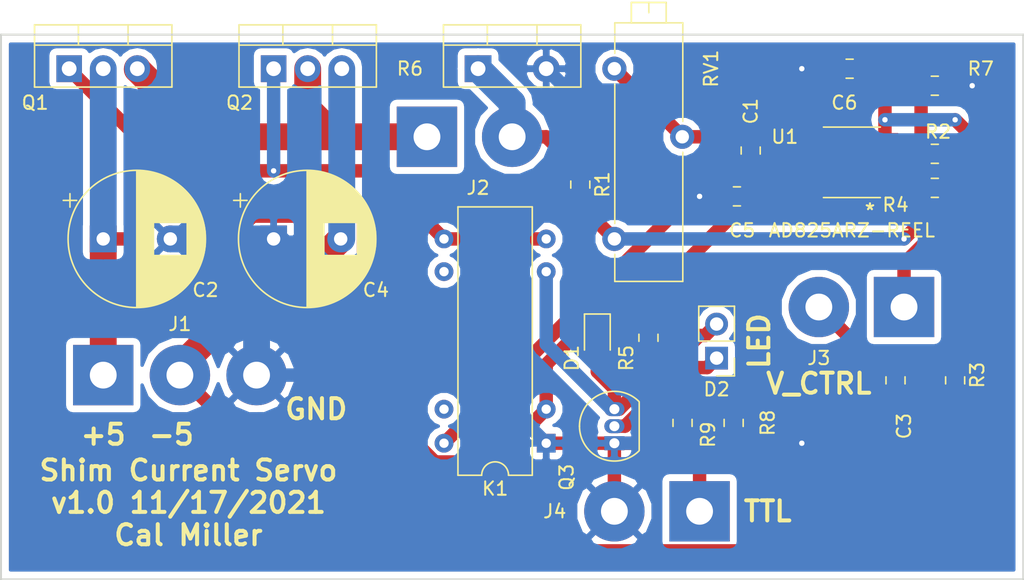
<source format=kicad_pcb>
(kicad_pcb (version 20171130) (host pcbnew "(5.0.0)")

  (general
    (thickness 1.6)
    (drawings 11)
    (tracks 145)
    (zones 0)
    (modules 27)
    (nets 20)
  )

  (page A4)
  (layers
    (0 F.Cu signal)
    (31 B.Cu signal)
    (32 B.Adhes user)
    (33 F.Adhes user)
    (34 B.Paste user)
    (35 F.Paste user)
    (36 B.SilkS user)
    (37 F.SilkS user)
    (38 B.Mask user)
    (39 F.Mask user)
    (40 Dwgs.User user)
    (41 Cmts.User user)
    (42 Eco1.User user)
    (43 Eco2.User user)
    (44 Edge.Cuts user)
    (45 Margin user)
    (46 B.CrtYd user)
    (47 F.CrtYd user)
    (48 B.Fab user)
    (49 F.Fab user)
  )

  (setup
    (last_trace_width 1)
    (user_trace_width 0.5)
    (user_trace_width 1)
    (user_trace_width 2)
    (user_trace_width 5)
    (trace_clearance 0.2)
    (zone_clearance 0.508)
    (zone_45_only no)
    (trace_min 0.2)
    (segment_width 0.2)
    (edge_width 0.15)
    (via_size 0.8)
    (via_drill 0.4)
    (via_min_size 0.4)
    (via_min_drill 0.3)
    (user_via 2 1)
    (uvia_size 0.3)
    (uvia_drill 0.1)
    (uvias_allowed no)
    (uvia_min_size 0.2)
    (uvia_min_drill 0.1)
    (pcb_text_width 0.3)
    (pcb_text_size 1.5 1.5)
    (mod_edge_width 0.15)
    (mod_text_size 1 1)
    (mod_text_width 0.15)
    (pad_size 1.524 1.524)
    (pad_drill 0.762)
    (pad_to_mask_clearance 0.2)
    (aux_axis_origin 0 0)
    (visible_elements FFFFFF7F)
    (pcbplotparams
      (layerselection 0x010fc_ffffffff)
      (usegerberextensions false)
      (usegerberattributes false)
      (usegerberadvancedattributes false)
      (creategerberjobfile false)
      (excludeedgelayer true)
      (linewidth 0.100000)
      (plotframeref false)
      (viasonmask false)
      (mode 1)
      (useauxorigin false)
      (hpglpennumber 1)
      (hpglpenspeed 20)
      (hpglpendiameter 15.000000)
      (psnegative false)
      (psa4output false)
      (plotreference true)
      (plotvalue true)
      (plotinvisibletext false)
      (padsonsilk false)
      (subtractmaskfromsilk false)
      (outputformat 1)
      (mirror false)
      (drillshape 1)
      (scaleselection 1)
      (outputdirectory ""))
  )

  (net 0 "")
  (net 1 -5V)
  (net 2 +5V)
  (net 3 "Net-(U1-Pad8)")
  (net 4 "Net-(C1-Pad1)")
  (net 5 "Net-(U1-Pad5)")
  (net 6 "Net-(R2-Pad1)")
  (net 7 "Net-(R1-Pad2)")
  (net 8 "Net-(U1-Pad1)")
  (net 9 "Net-(Q3-Pad2)")
  (net 10 GND)
  (net 11 "Net-(C3-Pad1)")
  (net 12 "Net-(J3-Pad1)")
  (net 13 "Net-(D2-Pad2)")
  (net 14 "Net-(J4-Pad1)")
  (net 15 "Net-(C1-Pad2)")
  (net 16 "Net-(J2-Pad2)")
  (net 17 "Net-(D1-Pad2)")
  (net 18 "Net-(K1-Pad7)")
  (net 19 "Net-(J2-Pad1)")

  (net_class Default "This is the default net class."
    (clearance 0.2)
    (trace_width 0.25)
    (via_dia 0.8)
    (via_drill 0.4)
    (uvia_dia 0.3)
    (uvia_drill 0.1)
    (add_net +5V)
    (add_net -5V)
    (add_net GND)
    (add_net "Net-(C1-Pad1)")
    (add_net "Net-(C1-Pad2)")
    (add_net "Net-(C3-Pad1)")
    (add_net "Net-(D1-Pad2)")
    (add_net "Net-(D2-Pad2)")
    (add_net "Net-(J2-Pad1)")
    (add_net "Net-(J2-Pad2)")
    (add_net "Net-(J3-Pad1)")
    (add_net "Net-(J4-Pad1)")
    (add_net "Net-(K1-Pad7)")
    (add_net "Net-(Q3-Pad2)")
    (add_net "Net-(R1-Pad2)")
    (add_net "Net-(R2-Pad1)")
    (add_net "Net-(U1-Pad1)")
    (add_net "Net-(U1-Pad5)")
    (add_net "Net-(U1-Pad8)")
  )

  (module Connector_Wire:SolderWirePad_1x02_P7.62mm_Drill2mm (layer F.Cu) (tedit 5AEE5F3D) (tstamp 61AE40E0)
    (at 82.55 63.5)
    (descr "Wire solder connection")
    (tags connector)
    (path /6194BC83)
    (attr virtual)
    (fp_text reference J2 (at 3.81 3.81) (layer F.SilkS)
      (effects (font (size 1 1) (thickness 0.15)))
    )
    (fp_text value Banana (at 3.175 3.81) (layer F.Fab)
      (effects (font (size 1 1) (thickness 0.15)))
    )
    (fp_text user %R (at 3.175 0) (layer F.Fab)
      (effects (font (size 1 1) (thickness 0.15)))
    )
    (fp_line (start -2.75 -2.75) (end 9.09 -2.75) (layer F.CrtYd) (width 0.05))
    (fp_line (start -2.75 -2.75) (end -2.75 2.75) (layer F.CrtYd) (width 0.05))
    (fp_line (start 9.09 2.75) (end 9.09 -2.75) (layer F.CrtYd) (width 0.05))
    (fp_line (start 9.09 2.75) (end -2.75 2.75) (layer F.CrtYd) (width 0.05))
    (pad 1 thru_hole rect (at 0 0) (size 4.50088 4.50088) (drill 1.99898) (layers *.Cu *.Mask)
      (net 19 "Net-(J2-Pad1)"))
    (pad 2 thru_hole circle (at 6.35 0) (size 4.50088 4.50088) (drill 1.99898) (layers *.Cu *.Mask)
      (net 16 "Net-(J2-Pad2)"))
  )

  (module Connector_Wire:SolderWirePad_1x02_P7.62mm_Drill2mm (layer F.Cu) (tedit 5AEE5F3D) (tstamp 61AE40D6)
    (at 118.11 76.2 180)
    (descr "Wire solder connection")
    (tags connector)
    (path /618F7757)
    (attr virtual)
    (fp_text reference J3 (at 6.35 -3.81 180) (layer F.SilkS)
      (effects (font (size 1 1) (thickness 0.15)))
    )
    (fp_text value Conn_Coaxial (at 3.175 3.81 180) (layer F.Fab)
      (effects (font (size 1 1) (thickness 0.15)))
    )
    (fp_line (start 9.09 2.75) (end -2.75 2.75) (layer F.CrtYd) (width 0.05))
    (fp_line (start 9.09 2.75) (end 9.09 -2.75) (layer F.CrtYd) (width 0.05))
    (fp_line (start -2.75 -2.75) (end -2.75 2.75) (layer F.CrtYd) (width 0.05))
    (fp_line (start -2.75 -2.75) (end 9.09 -2.75) (layer F.CrtYd) (width 0.05))
    (fp_text user %R (at 3.175 0 180) (layer F.Fab)
      (effects (font (size 1 1) (thickness 0.15)))
    )
    (pad 2 thru_hole circle (at 6.35 0 180) (size 4.50088 4.50088) (drill 1.99898) (layers *.Cu *.Mask)
      (net 11 "Net-(C3-Pad1)"))
    (pad 1 thru_hole rect (at 0 0 180) (size 4.50088 4.50088) (drill 1.99898) (layers *.Cu *.Mask)
      (net 12 "Net-(J3-Pad1)"))
  )

  (module Connector_Wire:SolderWirePad_1x02_P7.62mm_Drill2mm (layer F.Cu) (tedit 5AEE5F3D) (tstamp 61AE40CC)
    (at 102.87 91.44 180)
    (descr "Wire solder connection")
    (tags connector)
    (path /619A2B9A)
    (attr virtual)
    (fp_text reference J4 (at 10.795 0 180) (layer F.SilkS)
      (effects (font (size 1 1) (thickness 0.15)))
    )
    (fp_text value Conn_Coaxial (at 3.175 3.81 180) (layer F.Fab)
      (effects (font (size 1 1) (thickness 0.15)))
    )
    (fp_text user %R (at 3.175 0 180) (layer F.Fab)
      (effects (font (size 1 1) (thickness 0.15)))
    )
    (fp_line (start -2.75 -2.75) (end 9.09 -2.75) (layer F.CrtYd) (width 0.05))
    (fp_line (start -2.75 -2.75) (end -2.75 2.75) (layer F.CrtYd) (width 0.05))
    (fp_line (start 9.09 2.75) (end 9.09 -2.75) (layer F.CrtYd) (width 0.05))
    (fp_line (start 9.09 2.75) (end -2.75 2.75) (layer F.CrtYd) (width 0.05))
    (pad 1 thru_hole rect (at 0 0 180) (size 4.50088 4.50088) (drill 1.99898) (layers *.Cu *.Mask)
      (net 14 "Net-(J4-Pad1)"))
    (pad 2 thru_hole circle (at 6.35 0 180) (size 4.50088 4.50088) (drill 1.99898) (layers *.Cu *.Mask)
      (net 10 GND))
  )

  (module footprints:AD825ARZ-REEL (layer F.Cu) (tedit 61957C0E) (tstamp 61ACED95)
    (at 114.2238 65.405 180)
    (path /61956340)
    (fp_text reference U1 (at 5.0038 1.905 180) (layer F.SilkS)
      (effects (font (size 1 1) (thickness 0.15)))
    )
    (fp_text value AD825ARZ-REEL (at 0 -5.08 180) (layer F.SilkS)
      (effects (font (size 1 1) (thickness 0.15)))
    )
    (fp_arc (start 0 -2.5019) (end -0.3048 -2.5019) (angle -180) (layer F.Fab) (width 0.1))
    (fp_arc (start 0 -2.5019) (end -0.332317 -2.5019) (angle -180) (layer F.CrtYd) (width 0.05))
    (fp_line (start -2.2479 2.4384) (end -3.7084 2.4384) (layer F.CrtYd) (width 0.05))
    (fp_line (start -2.2479 2.7559) (end -2.2479 2.4384) (layer F.CrtYd) (width 0.05))
    (fp_line (start 2.2479 2.7559) (end -2.2479 2.7559) (layer F.CrtYd) (width 0.05))
    (fp_line (start 2.2479 2.4384) (end 2.2479 2.7559) (layer F.CrtYd) (width 0.05))
    (fp_line (start 3.7084 2.4384) (end 2.2479 2.4384) (layer F.CrtYd) (width 0.05))
    (fp_line (start 3.7084 -2.4384) (end 3.7084 2.4384) (layer F.CrtYd) (width 0.05))
    (fp_line (start 2.2479 -2.4384) (end 3.7084 -2.4384) (layer F.CrtYd) (width 0.05))
    (fp_line (start 2.2479 -2.7559) (end 2.2479 -2.4384) (layer F.CrtYd) (width 0.05))
    (fp_line (start -2.2479 -2.7559) (end 2.2479 -2.7559) (layer F.CrtYd) (width 0.05))
    (fp_line (start -2.2479 -2.4384) (end -2.2479 -2.7559) (layer F.CrtYd) (width 0.05))
    (fp_line (start -3.7084 -2.4384) (end -2.2479 -2.4384) (layer F.CrtYd) (width 0.05))
    (fp_line (start -3.7084 2.4384) (end -3.7084 -2.4384) (layer F.CrtYd) (width 0.05))
    (fp_line (start -1.9939 -2.5019) (end -1.9939 2.5019) (layer F.Fab) (width 0.1))
    (fp_line (start 1.9939 -2.5019) (end -1.9939 -2.5019) (layer F.Fab) (width 0.1))
    (fp_line (start 1.9939 2.5019) (end 1.9939 -2.5019) (layer F.Fab) (width 0.1))
    (fp_line (start -1.9939 2.5019) (end 1.9939 2.5019) (layer F.Fab) (width 0.1))
    (fp_line (start 2.1209 -2.6289) (end -2.1209 -2.6289) (layer F.SilkS) (width 0.12))
    (fp_line (start -2.1209 2.6289) (end 2.1209 2.6289) (layer F.SilkS) (width 0.12))
    (fp_line (start 3.0988 -2.159) (end 1.9939 -2.159) (layer F.Fab) (width 0.1))
    (fp_line (start 3.0988 -1.651) (end 3.0988 -2.159) (layer F.Fab) (width 0.1))
    (fp_line (start 1.9939 -1.651) (end 3.0988 -1.651) (layer F.Fab) (width 0.1))
    (fp_line (start 1.9939 -2.159) (end 1.9939 -1.651) (layer F.Fab) (width 0.1))
    (fp_line (start 3.0988 -0.889) (end 1.9939 -0.889) (layer F.Fab) (width 0.1))
    (fp_line (start 3.0988 -0.381) (end 3.0988 -0.889) (layer F.Fab) (width 0.1))
    (fp_line (start 1.9939 -0.381) (end 3.0988 -0.381) (layer F.Fab) (width 0.1))
    (fp_line (start 1.9939 -0.889) (end 1.9939 -0.381) (layer F.Fab) (width 0.1))
    (fp_line (start 3.0988 0.381) (end 1.9939 0.381) (layer F.Fab) (width 0.1))
    (fp_line (start 3.0988 0.889) (end 3.0988 0.381) (layer F.Fab) (width 0.1))
    (fp_line (start 1.9939 0.889) (end 3.0988 0.889) (layer F.Fab) (width 0.1))
    (fp_line (start 1.9939 0.381) (end 1.9939 0.889) (layer F.Fab) (width 0.1))
    (fp_line (start 3.0988 1.651) (end 1.9939 1.651) (layer F.Fab) (width 0.1))
    (fp_line (start 3.0988 2.159) (end 3.0988 1.651) (layer F.Fab) (width 0.1))
    (fp_line (start 1.9939 2.159) (end 3.0988 2.159) (layer F.Fab) (width 0.1))
    (fp_line (start 1.9939 1.651) (end 1.9939 2.159) (layer F.Fab) (width 0.1))
    (fp_line (start -3.0988 2.159) (end -1.9939 2.159) (layer F.Fab) (width 0.1))
    (fp_line (start -3.0988 1.651) (end -3.0988 2.159) (layer F.Fab) (width 0.1))
    (fp_line (start -1.9939 1.651) (end -3.0988 1.651) (layer F.Fab) (width 0.1))
    (fp_line (start -1.9939 2.159) (end -1.9939 1.651) (layer F.Fab) (width 0.1))
    (fp_line (start -3.0988 0.889) (end -1.9939 0.889) (layer F.Fab) (width 0.1))
    (fp_line (start -3.0988 0.381) (end -3.0988 0.889) (layer F.Fab) (width 0.1))
    (fp_line (start -1.9939 0.381) (end -3.0988 0.381) (layer F.Fab) (width 0.1))
    (fp_line (start -1.9939 0.889) (end -1.9939 0.381) (layer F.Fab) (width 0.1))
    (fp_line (start -3.0988 -0.381) (end -1.9939 -0.381) (layer F.Fab) (width 0.1))
    (fp_line (start -3.0988 -0.889) (end -3.0988 -0.381) (layer F.Fab) (width 0.1))
    (fp_line (start -1.9939 -0.889) (end -3.0988 -0.889) (layer F.Fab) (width 0.1))
    (fp_line (start -1.9939 -0.381) (end -1.9939 -0.889) (layer F.Fab) (width 0.1))
    (fp_line (start -3.0988 -1.651) (end -1.9939 -1.651) (layer F.Fab) (width 0.1))
    (fp_line (start -3.0988 -2.159) (end -3.0988 -1.651) (layer F.Fab) (width 0.1))
    (fp_line (start -1.9939 -2.159) (end -3.0988 -2.159) (layer F.Fab) (width 0.1))
    (fp_line (start -1.9939 -1.651) (end -1.9939 -2.159) (layer F.Fab) (width 0.1))
    (fp_text user * (at -1.6129 -2.4257 180) (layer F.Fab)
      (effects (font (size 1 1) (thickness 0.15)))
    )
    (fp_text user * (at -1.3462 -3.6068 180) (layer F.SilkS)
      (effects (font (size 1 1) (thickness 0.15)))
    )
    (fp_text user 0.078in/1.981mm (at -2.4638 4.9149 180) (layer Dwgs.User)
      (effects (font (size 1 1) (thickness 0.15)))
    )
    (fp_text user 0.194in/4.928mm (at 0 -4.9149 180) (layer Dwgs.User)
      (effects (font (size 1 1) (thickness 0.15)))
    )
    (fp_text user 0.022in/0.559mm (at 5.5118 -1.905 180) (layer Dwgs.User)
      (effects (font (size 1 1) (thickness 0.15)))
    )
    (fp_text user 0.05in/1.27mm (at -5.5118 -1.27 180) (layer Dwgs.User)
      (effects (font (size 1 1) (thickness 0.15)))
    )
    (fp_text user * (at -1.6129 -2.4257 180) (layer F.Fab)
      (effects (font (size 1 1) (thickness 0.15)))
    )
    (fp_text user * (at -1.3462 -3.6068 180) (layer F.SilkS)
      (effects (font (size 1 1) (thickness 0.15)))
    )
    (fp_text user "Copyright 2021 Accelerated Designs. All rights reserved." (at 0 0 180) (layer Cmts.User)
      (effects (font (size 0.127 0.127) (thickness 0.002)))
    )
    (pad 8 smd rect (at 2.4638 -1.905 180) (size 1.9812 0.5588) (layers F.Cu F.Paste F.Mask)
      (net 3 "Net-(U1-Pad8)"))
    (pad 7 smd rect (at 2.4638 -0.635 180) (size 1.9812 0.5588) (layers F.Cu F.Paste F.Mask)
      (net 2 +5V))
    (pad 6 smd rect (at 2.4638 0.635 180) (size 1.9812 0.5588) (layers F.Cu F.Paste F.Mask)
      (net 4 "Net-(C1-Pad1)"))
    (pad 5 smd rect (at 2.4638 1.905 180) (size 1.9812 0.5588) (layers F.Cu F.Paste F.Mask)
      (net 5 "Net-(U1-Pad5)"))
    (pad 4 smd rect (at -2.4638 1.905 180) (size 1.9812 0.5588) (layers F.Cu F.Paste F.Mask)
      (net 1 -5V))
    (pad 3 smd rect (at -2.4638 0.635 180) (size 1.9812 0.5588) (layers F.Cu F.Paste F.Mask)
      (net 6 "Net-(R2-Pad1)"))
    (pad 2 smd rect (at -2.4638 -0.635 180) (size 1.9812 0.5588) (layers F.Cu F.Paste F.Mask)
      (net 7 "Net-(R1-Pad2)"))
    (pad 1 smd rect (at -2.4638 -1.905 180) (size 1.9812 0.5588) (layers F.Cu F.Paste F.Mask)
      (net 8 "Net-(U1-Pad1)"))
  )

  (module Resistor_SMD:R_0805_2012Metric_Pad1.15x1.40mm_HandSolder (layer F.Cu) (tedit 5B36C52B) (tstamp 61ACEDB7)
    (at 101.6 84.845 90)
    (descr "Resistor SMD 0805 (2012 Metric), square (rectangular) end terminal, IPC_7351 nominal with elongated pad for handsoldering. (Body size source: https://docs.google.com/spreadsheets/d/1BsfQQcO9C6DZCsRaXUlFlo91Tg2WpOkGARC1WS5S8t0/edit?usp=sharing), generated with kicad-footprint-generator")
    (tags "resistor handsolder")
    (path /6199C2DF)
    (attr smd)
    (fp_text reference R9 (at -0.88 1.905 270) (layer F.SilkS)
      (effects (font (size 1 1) (thickness 0.15)))
    )
    (fp_text value 1k (at 0 1.65 90) (layer F.Fab)
      (effects (font (size 1 1) (thickness 0.15)))
    )
    (fp_text user %R (at 0 0 90) (layer F.Fab)
      (effects (font (size 0.5 0.5) (thickness 0.08)))
    )
    (fp_line (start 1.85 0.95) (end -1.85 0.95) (layer F.CrtYd) (width 0.05))
    (fp_line (start 1.85 -0.95) (end 1.85 0.95) (layer F.CrtYd) (width 0.05))
    (fp_line (start -1.85 -0.95) (end 1.85 -0.95) (layer F.CrtYd) (width 0.05))
    (fp_line (start -1.85 0.95) (end -1.85 -0.95) (layer F.CrtYd) (width 0.05))
    (fp_line (start -0.261252 0.71) (end 0.261252 0.71) (layer F.SilkS) (width 0.12))
    (fp_line (start -0.261252 -0.71) (end 0.261252 -0.71) (layer F.SilkS) (width 0.12))
    (fp_line (start 1 0.6) (end -1 0.6) (layer F.Fab) (width 0.1))
    (fp_line (start 1 -0.6) (end 1 0.6) (layer F.Fab) (width 0.1))
    (fp_line (start -1 -0.6) (end 1 -0.6) (layer F.Fab) (width 0.1))
    (fp_line (start -1 0.6) (end -1 -0.6) (layer F.Fab) (width 0.1))
    (pad 2 smd roundrect (at 1.025 0 90) (size 1.15 1.4) (layers F.Cu F.Paste F.Mask) (roundrect_rratio 0.217391)
      (net 9 "Net-(Q3-Pad2)"))
    (pad 1 smd roundrect (at -1.025 0 90) (size 1.15 1.4) (layers F.Cu F.Paste F.Mask) (roundrect_rratio 0.217391)
      (net 10 GND))
    (model ${KISYS3DMOD}/Resistor_SMD.3dshapes/R_0805_2012Metric.wrl
      (at (xyz 0 0 0))
      (scale (xyz 1 1 1))
      (rotate (xyz 0 0 0))
    )
  )

  (module Resistor_SMD:R_0805_2012Metric_Pad1.15x1.40mm_HandSolder (layer F.Cu) (tedit 5B36C52B) (tstamp 61ACEDC8)
    (at 120.405 64.77)
    (descr "Resistor SMD 0805 (2012 Metric), square (rectangular) end terminal, IPC_7351 nominal with elongated pad for handsoldering. (Body size source: https://docs.google.com/spreadsheets/d/1BsfQQcO9C6DZCsRaXUlFlo91Tg2WpOkGARC1WS5S8t0/edit?usp=sharing), generated with kicad-footprint-generator")
    (tags "resistor handsolder")
    (path /61941ED5)
    (attr smd)
    (fp_text reference R2 (at 0.245 -1.65) (layer F.SilkS)
      (effects (font (size 1 1) (thickness 0.15)))
    )
    (fp_text value 10k (at 0 1.65) (layer F.Fab)
      (effects (font (size 1 1) (thickness 0.15)))
    )
    (fp_line (start -1 0.6) (end -1 -0.6) (layer F.Fab) (width 0.1))
    (fp_line (start -1 -0.6) (end 1 -0.6) (layer F.Fab) (width 0.1))
    (fp_line (start 1 -0.6) (end 1 0.6) (layer F.Fab) (width 0.1))
    (fp_line (start 1 0.6) (end -1 0.6) (layer F.Fab) (width 0.1))
    (fp_line (start -0.261252 -0.71) (end 0.261252 -0.71) (layer F.SilkS) (width 0.12))
    (fp_line (start -0.261252 0.71) (end 0.261252 0.71) (layer F.SilkS) (width 0.12))
    (fp_line (start -1.85 0.95) (end -1.85 -0.95) (layer F.CrtYd) (width 0.05))
    (fp_line (start -1.85 -0.95) (end 1.85 -0.95) (layer F.CrtYd) (width 0.05))
    (fp_line (start 1.85 -0.95) (end 1.85 0.95) (layer F.CrtYd) (width 0.05))
    (fp_line (start 1.85 0.95) (end -1.85 0.95) (layer F.CrtYd) (width 0.05))
    (fp_text user %R (at 0 0) (layer F.Fab)
      (effects (font (size 0.5 0.5) (thickness 0.08)))
    )
    (pad 1 smd roundrect (at -1.025 0) (size 1.15 1.4) (layers F.Cu F.Paste F.Mask) (roundrect_rratio 0.217391)
      (net 6 "Net-(R2-Pad1)"))
    (pad 2 smd roundrect (at 1.025 0) (size 1.15 1.4) (layers F.Cu F.Paste F.Mask) (roundrect_rratio 0.217391)
      (net 11 "Net-(C3-Pad1)"))
    (model ${KISYS3DMOD}/Resistor_SMD.3dshapes/R_0805_2012Metric.wrl
      (at (xyz 0 0 0))
      (scale (xyz 1 1 1))
      (rotate (xyz 0 0 0))
    )
  )

  (module Resistor_SMD:R_0805_2012Metric_Pad1.15x1.40mm_HandSolder (layer F.Cu) (tedit 5B36C52B) (tstamp 61ACEDD9)
    (at 121.92 81.67 270)
    (descr "Resistor SMD 0805 (2012 Metric), square (rectangular) end terminal, IPC_7351 nominal with elongated pad for handsoldering. (Body size source: https://docs.google.com/spreadsheets/d/1BsfQQcO9C6DZCsRaXUlFlo91Tg2WpOkGARC1WS5S8t0/edit?usp=sharing), generated with kicad-footprint-generator")
    (tags "resistor handsolder")
    (path /619426D9)
    (attr smd)
    (fp_text reference R3 (at -0.39 -1.65 270) (layer F.SilkS)
      (effects (font (size 1 1) (thickness 0.15)))
    )
    (fp_text value 100 (at 0 1.65 270) (layer F.Fab)
      (effects (font (size 1 1) (thickness 0.15)))
    )
    (fp_text user %R (at 0 0 270) (layer F.Fab)
      (effects (font (size 0.5 0.5) (thickness 0.08)))
    )
    (fp_line (start 1.85 0.95) (end -1.85 0.95) (layer F.CrtYd) (width 0.05))
    (fp_line (start 1.85 -0.95) (end 1.85 0.95) (layer F.CrtYd) (width 0.05))
    (fp_line (start -1.85 -0.95) (end 1.85 -0.95) (layer F.CrtYd) (width 0.05))
    (fp_line (start -1.85 0.95) (end -1.85 -0.95) (layer F.CrtYd) (width 0.05))
    (fp_line (start -0.261252 0.71) (end 0.261252 0.71) (layer F.SilkS) (width 0.12))
    (fp_line (start -0.261252 -0.71) (end 0.261252 -0.71) (layer F.SilkS) (width 0.12))
    (fp_line (start 1 0.6) (end -1 0.6) (layer F.Fab) (width 0.1))
    (fp_line (start 1 -0.6) (end 1 0.6) (layer F.Fab) (width 0.1))
    (fp_line (start -1 -0.6) (end 1 -0.6) (layer F.Fab) (width 0.1))
    (fp_line (start -1 0.6) (end -1 -0.6) (layer F.Fab) (width 0.1))
    (pad 2 smd roundrect (at 1.025 0 270) (size 1.15 1.4) (layers F.Cu F.Paste F.Mask) (roundrect_rratio 0.217391)
      (net 10 GND))
    (pad 1 smd roundrect (at -1.025 0 270) (size 1.15 1.4) (layers F.Cu F.Paste F.Mask) (roundrect_rratio 0.217391)
      (net 11 "Net-(C3-Pad1)"))
    (model ${KISYS3DMOD}/Resistor_SMD.3dshapes/R_0805_2012Metric.wrl
      (at (xyz 0 0 0))
      (scale (xyz 1 1 1))
      (rotate (xyz 0 0 0))
    )
  )

  (module Resistor_SMD:R_0805_2012Metric_Pad1.15x1.40mm_HandSolder (layer F.Cu) (tedit 5B36C52B) (tstamp 61ACEDEA)
    (at 120.405 67.31)
    (descr "Resistor SMD 0805 (2012 Metric), square (rectangular) end terminal, IPC_7351 nominal with elongated pad for handsoldering. (Body size source: https://docs.google.com/spreadsheets/d/1BsfQQcO9C6DZCsRaXUlFlo91Tg2WpOkGARC1WS5S8t0/edit?usp=sharing), generated with kicad-footprint-generator")
    (tags "resistor handsolder")
    (path /61941BEF)
    (attr smd)
    (fp_text reference R4 (at -2.93 1.27) (layer F.SilkS)
      (effects (font (size 1 1) (thickness 0.15)))
    )
    (fp_text value 10k (at 0 1.65) (layer F.Fab)
      (effects (font (size 1 1) (thickness 0.15)))
    )
    (fp_line (start -1 0.6) (end -1 -0.6) (layer F.Fab) (width 0.1))
    (fp_line (start -1 -0.6) (end 1 -0.6) (layer F.Fab) (width 0.1))
    (fp_line (start 1 -0.6) (end 1 0.6) (layer F.Fab) (width 0.1))
    (fp_line (start 1 0.6) (end -1 0.6) (layer F.Fab) (width 0.1))
    (fp_line (start -0.261252 -0.71) (end 0.261252 -0.71) (layer F.SilkS) (width 0.12))
    (fp_line (start -0.261252 0.71) (end 0.261252 0.71) (layer F.SilkS) (width 0.12))
    (fp_line (start -1.85 0.95) (end -1.85 -0.95) (layer F.CrtYd) (width 0.05))
    (fp_line (start -1.85 -0.95) (end 1.85 -0.95) (layer F.CrtYd) (width 0.05))
    (fp_line (start 1.85 -0.95) (end 1.85 0.95) (layer F.CrtYd) (width 0.05))
    (fp_line (start 1.85 0.95) (end -1.85 0.95) (layer F.CrtYd) (width 0.05))
    (fp_text user %R (at 0 0) (layer F.Fab)
      (effects (font (size 0.5 0.5) (thickness 0.08)))
    )
    (pad 1 smd roundrect (at -1.025 0) (size 1.15 1.4) (layers F.Cu F.Paste F.Mask) (roundrect_rratio 0.217391)
      (net 7 "Net-(R1-Pad2)"))
    (pad 2 smd roundrect (at 1.025 0) (size 1.15 1.4) (layers F.Cu F.Paste F.Mask) (roundrect_rratio 0.217391)
      (net 12 "Net-(J3-Pad1)"))
    (model ${KISYS3DMOD}/Resistor_SMD.3dshapes/R_0805_2012Metric.wrl
      (at (xyz 0 0 0))
      (scale (xyz 1 1 1))
      (rotate (xyz 0 0 0))
    )
  )

  (module Resistor_SMD:R_0805_2012Metric_Pad1.15x1.40mm_HandSolder (layer F.Cu) (tedit 5B36C52B) (tstamp 61ACEDFB)
    (at 99.06 78.495 90)
    (descr "Resistor SMD 0805 (2012 Metric), square (rectangular) end terminal, IPC_7351 nominal with elongated pad for handsoldering. (Body size source: https://docs.google.com/spreadsheets/d/1BsfQQcO9C6DZCsRaXUlFlo91Tg2WpOkGARC1WS5S8t0/edit?usp=sharing), generated with kicad-footprint-generator")
    (tags "resistor handsolder")
    (path /619C8E57)
    (attr smd)
    (fp_text reference R5 (at -1.515 -1.65 90) (layer F.SilkS)
      (effects (font (size 1 1) (thickness 0.15)))
    )
    (fp_text value 150 (at 0 1.65 90) (layer F.Fab)
      (effects (font (size 1 1) (thickness 0.15)))
    )
    (fp_text user %R (at 0 0 90) (layer F.Fab)
      (effects (font (size 0.5 0.5) (thickness 0.08)))
    )
    (fp_line (start 1.85 0.95) (end -1.85 0.95) (layer F.CrtYd) (width 0.05))
    (fp_line (start 1.85 -0.95) (end 1.85 0.95) (layer F.CrtYd) (width 0.05))
    (fp_line (start -1.85 -0.95) (end 1.85 -0.95) (layer F.CrtYd) (width 0.05))
    (fp_line (start -1.85 0.95) (end -1.85 -0.95) (layer F.CrtYd) (width 0.05))
    (fp_line (start -0.261252 0.71) (end 0.261252 0.71) (layer F.SilkS) (width 0.12))
    (fp_line (start -0.261252 -0.71) (end 0.261252 -0.71) (layer F.SilkS) (width 0.12))
    (fp_line (start 1 0.6) (end -1 0.6) (layer F.Fab) (width 0.1))
    (fp_line (start 1 -0.6) (end 1 0.6) (layer F.Fab) (width 0.1))
    (fp_line (start -1 -0.6) (end 1 -0.6) (layer F.Fab) (width 0.1))
    (fp_line (start -1 0.6) (end -1 -0.6) (layer F.Fab) (width 0.1))
    (pad 2 smd roundrect (at 1.025 0 90) (size 1.15 1.4) (layers F.Cu F.Paste F.Mask) (roundrect_rratio 0.217391)
      (net 2 +5V))
    (pad 1 smd roundrect (at -1.025 0 90) (size 1.15 1.4) (layers F.Cu F.Paste F.Mask) (roundrect_rratio 0.217391)
      (net 13 "Net-(D2-Pad2)"))
    (model ${KISYS3DMOD}/Resistor_SMD.3dshapes/R_0805_2012Metric.wrl
      (at (xyz 0 0 0))
      (scale (xyz 1 1 1))
      (rotate (xyz 0 0 0))
    )
  )

  (module Resistor_SMD:R_0805_2012Metric_Pad1.15x1.40mm_HandSolder (layer F.Cu) (tedit 5B36C52B) (tstamp 61ACEE0C)
    (at 120.405 59.69 180)
    (descr "Resistor SMD 0805 (2012 Metric), square (rectangular) end terminal, IPC_7351 nominal with elongated pad for handsoldering. (Body size source: https://docs.google.com/spreadsheets/d/1BsfQQcO9C6DZCsRaXUlFlo91Tg2WpOkGARC1WS5S8t0/edit?usp=sharing), generated with kicad-footprint-generator")
    (tags "resistor handsolder")
    (path /619444F9)
    (attr smd)
    (fp_text reference R7 (at -3.42 1.27 180) (layer F.SilkS)
      (effects (font (size 1 1) (thickness 0.15)))
    )
    (fp_text value 4.02k (at 0 1.65 180) (layer F.Fab)
      (effects (font (size 1 1) (thickness 0.15)))
    )
    (fp_line (start -1 0.6) (end -1 -0.6) (layer F.Fab) (width 0.1))
    (fp_line (start -1 -0.6) (end 1 -0.6) (layer F.Fab) (width 0.1))
    (fp_line (start 1 -0.6) (end 1 0.6) (layer F.Fab) (width 0.1))
    (fp_line (start 1 0.6) (end -1 0.6) (layer F.Fab) (width 0.1))
    (fp_line (start -0.261252 -0.71) (end 0.261252 -0.71) (layer F.SilkS) (width 0.12))
    (fp_line (start -0.261252 0.71) (end 0.261252 0.71) (layer F.SilkS) (width 0.12))
    (fp_line (start -1.85 0.95) (end -1.85 -0.95) (layer F.CrtYd) (width 0.05))
    (fp_line (start -1.85 -0.95) (end 1.85 -0.95) (layer F.CrtYd) (width 0.05))
    (fp_line (start 1.85 -0.95) (end 1.85 0.95) (layer F.CrtYd) (width 0.05))
    (fp_line (start 1.85 0.95) (end -1.85 0.95) (layer F.CrtYd) (width 0.05))
    (fp_text user %R (at 0 0 180) (layer F.Fab)
      (effects (font (size 0.5 0.5) (thickness 0.08)))
    )
    (pad 1 smd roundrect (at -1.025 0 180) (size 1.15 1.4) (layers F.Cu F.Paste F.Mask) (roundrect_rratio 0.217391)
      (net 10 GND))
    (pad 2 smd roundrect (at 1.025 0 180) (size 1.15 1.4) (layers F.Cu F.Paste F.Mask) (roundrect_rratio 0.217391)
      (net 6 "Net-(R2-Pad1)"))
    (model ${KISYS3DMOD}/Resistor_SMD.3dshapes/R_0805_2012Metric.wrl
      (at (xyz 0 0 0))
      (scale (xyz 1 1 1))
      (rotate (xyz 0 0 0))
    )
  )

  (module Resistor_SMD:R_0805_2012Metric_Pad1.15x1.40mm_HandSolder (layer F.Cu) (tedit 5B36C52B) (tstamp 61ACEE1D)
    (at 105.41 84.845 90)
    (descr "Resistor SMD 0805 (2012 Metric), square (rectangular) end terminal, IPC_7351 nominal with elongated pad for handsoldering. (Body size source: https://docs.google.com/spreadsheets/d/1BsfQQcO9C6DZCsRaXUlFlo91Tg2WpOkGARC1WS5S8t0/edit?usp=sharing), generated with kicad-footprint-generator")
    (tags "resistor handsolder")
    (path /61994250)
    (attr smd)
    (fp_text reference R8 (at 0 2.54 90) (layer F.SilkS)
      (effects (font (size 1 1) (thickness 0.15)))
    )
    (fp_text value 1k (at 0 1.65 90) (layer F.Fab)
      (effects (font (size 1 1) (thickness 0.15)))
    )
    (fp_text user %R (at 0 0 90) (layer F.Fab)
      (effects (font (size 0.5 0.5) (thickness 0.08)))
    )
    (fp_line (start 1.85 0.95) (end -1.85 0.95) (layer F.CrtYd) (width 0.05))
    (fp_line (start 1.85 -0.95) (end 1.85 0.95) (layer F.CrtYd) (width 0.05))
    (fp_line (start -1.85 -0.95) (end 1.85 -0.95) (layer F.CrtYd) (width 0.05))
    (fp_line (start -1.85 0.95) (end -1.85 -0.95) (layer F.CrtYd) (width 0.05))
    (fp_line (start -0.261252 0.71) (end 0.261252 0.71) (layer F.SilkS) (width 0.12))
    (fp_line (start -0.261252 -0.71) (end 0.261252 -0.71) (layer F.SilkS) (width 0.12))
    (fp_line (start 1 0.6) (end -1 0.6) (layer F.Fab) (width 0.1))
    (fp_line (start 1 -0.6) (end 1 0.6) (layer F.Fab) (width 0.1))
    (fp_line (start -1 -0.6) (end 1 -0.6) (layer F.Fab) (width 0.1))
    (fp_line (start -1 0.6) (end -1 -0.6) (layer F.Fab) (width 0.1))
    (pad 2 smd roundrect (at 1.025 0 90) (size 1.15 1.4) (layers F.Cu F.Paste F.Mask) (roundrect_rratio 0.217391)
      (net 9 "Net-(Q3-Pad2)"))
    (pad 1 smd roundrect (at -1.025 0 90) (size 1.15 1.4) (layers F.Cu F.Paste F.Mask) (roundrect_rratio 0.217391)
      (net 14 "Net-(J4-Pad1)"))
    (model ${KISYS3DMOD}/Resistor_SMD.3dshapes/R_0805_2012Metric.wrl
      (at (xyz 0 0 0))
      (scale (xyz 1 1 1))
      (rotate (xyz 0 0 0))
    )
  )

  (module Resistor_SMD:R_0805_2012Metric_Pad1.15x1.40mm_HandSolder (layer F.Cu) (tedit 5B36C52B) (tstamp 61ACEEC7)
    (at 93.98 67.065 270)
    (descr "Resistor SMD 0805 (2012 Metric), square (rectangular) end terminal, IPC_7351 nominal with elongated pad for handsoldering. (Body size source: https://docs.google.com/spreadsheets/d/1BsfQQcO9C6DZCsRaXUlFlo91Tg2WpOkGARC1WS5S8t0/edit?usp=sharing), generated with kicad-footprint-generator")
    (tags "resistor handsolder")
    (path /61943C54)
    (attr smd)
    (fp_text reference R1 (at 0 -1.65 270) (layer F.SilkS)
      (effects (font (size 1 1) (thickness 0.15)))
    )
    (fp_text value 4.02k (at 0 1.65 270) (layer F.Fab)
      (effects (font (size 1 1) (thickness 0.15)))
    )
    (fp_text user %R (at 0 0 270) (layer F.Fab)
      (effects (font (size 0.5 0.5) (thickness 0.08)))
    )
    (fp_line (start 1.85 0.95) (end -1.85 0.95) (layer F.CrtYd) (width 0.05))
    (fp_line (start 1.85 -0.95) (end 1.85 0.95) (layer F.CrtYd) (width 0.05))
    (fp_line (start -1.85 -0.95) (end 1.85 -0.95) (layer F.CrtYd) (width 0.05))
    (fp_line (start -1.85 0.95) (end -1.85 -0.95) (layer F.CrtYd) (width 0.05))
    (fp_line (start -0.261252 0.71) (end 0.261252 0.71) (layer F.SilkS) (width 0.12))
    (fp_line (start -0.261252 -0.71) (end 0.261252 -0.71) (layer F.SilkS) (width 0.12))
    (fp_line (start 1 0.6) (end -1 0.6) (layer F.Fab) (width 0.1))
    (fp_line (start 1 -0.6) (end 1 0.6) (layer F.Fab) (width 0.1))
    (fp_line (start -1 -0.6) (end 1 -0.6) (layer F.Fab) (width 0.1))
    (fp_line (start -1 0.6) (end -1 -0.6) (layer F.Fab) (width 0.1))
    (pad 2 smd roundrect (at 1.025 0 270) (size 1.15 1.4) (layers F.Cu F.Paste F.Mask) (roundrect_rratio 0.217391)
      (net 7 "Net-(R1-Pad2)"))
    (pad 1 smd roundrect (at -1.025 0 270) (size 1.15 1.4) (layers F.Cu F.Paste F.Mask) (roundrect_rratio 0.217391)
      (net 16 "Net-(J2-Pad2)"))
    (model ${KISYS3DMOD}/Resistor_SMD.3dshapes/R_0805_2012Metric.wrl
      (at (xyz 0 0 0))
      (scale (xyz 1 1 1))
      (rotate (xyz 0 0 0))
    )
  )

  (module Relay_THT:Relay_StandexMeder_DIP_LowProfile (layer F.Cu) (tedit 5A54BF5F) (tstamp 61ACEEE3)
    (at 91.44 86.36 180)
    (descr "package for Standex Meder DIP reed relay series, see https://standexelectronics.com/wp-content/uploads/datasheet_reed_relay_DIP.pdf")
    (tags "DIL DIP PDIP 2.54mm 7.62mm 300mil reed relay")
    (path /61981072)
    (fp_text reference K1 (at 3.81 -3.39 180) (layer F.SilkS)
      (effects (font (size 1 1) (thickness 0.15)))
    )
    (fp_text value 8L41-05-001 (at 3.81 18.63 180) (layer F.Fab)
      (effects (font (size 1 1) (thickness 0.15)))
    )
    (fp_text user %R (at 3.815 7.62 180) (layer F.Fab)
      (effects (font (size 1 1) (thickness 0.15)))
    )
    (fp_line (start 1.64 -2.27) (end 6.99 -2.27) (layer F.Fab) (width 0.1))
    (fp_line (start 6.99 -2.27) (end 6.99 17.51) (layer F.Fab) (width 0.1))
    (fp_line (start 6.99 17.51) (end 0.64 17.51) (layer F.Fab) (width 0.1))
    (fp_line (start 0.64 17.51) (end 0.64 -1.27) (layer F.Fab) (width 0.1))
    (fp_line (start 0.64 -1.27) (end 1.64 -2.27) (layer F.Fab) (width 0.1))
    (fp_line (start 2.81 -2.39) (end 1.04 -2.39) (layer F.SilkS) (width 0.12))
    (fp_line (start 1.04 -2.39) (end 1.04 17.63) (layer F.SilkS) (width 0.12))
    (fp_line (start 1.04 17.63) (end 6.58 17.63) (layer F.SilkS) (width 0.12))
    (fp_line (start 6.58 17.63) (end 6.58 -2.39) (layer F.SilkS) (width 0.12))
    (fp_line (start 6.58 -2.39) (end 4.81 -2.39) (layer F.SilkS) (width 0.12))
    (fp_line (start -1.1 -2.6) (end -1.1 17.8) (layer F.CrtYd) (width 0.05))
    (fp_line (start -1.1 17.8) (end 8.7 17.8) (layer F.CrtYd) (width 0.05))
    (fp_line (start 8.7 17.8) (end 8.7 -2.6) (layer F.CrtYd) (width 0.05))
    (fp_line (start 8.7 -2.6) (end -1.1 -2.6) (layer F.CrtYd) (width 0.05))
    (fp_arc (start 3.81 -2.39) (end 2.81 -2.39) (angle -180) (layer F.SilkS) (width 0.12))
    (pad 13 thru_hole circle (at 7.62 2.54 180) (size 1.4 1.4) (drill 0.7) (layers *.Cu *.Mask))
    (pad 9 thru_hole circle (at 7.62 12.8 180) (size 1.4 1.4) (drill 0.7) (layers *.Cu *.Mask))
    (pad 6 thru_hole circle (at 0 12.8 180) (size 1.4 1.4) (drill 0.7) (layers *.Cu *.Mask)
      (net 17 "Net-(D1-Pad2)"))
    (pad 2 thru_hole circle (at 0 2.54 180) (size 1.4 1.4) (drill 0.7) (layers *.Cu *.Mask)
      (net 2 +5V))
    (pad 1 thru_hole rect (at 0 0 180) (size 1.4 1.4) (drill 0.7) (layers *.Cu *.Mask)
      (net 10 GND))
    (pad 8 thru_hole circle (at 7.62 15.24 180) (size 1.4 1.4) (drill 0.7) (layers *.Cu *.Mask)
      (net 18 "Net-(K1-Pad7)"))
    (pad 7 thru_hole circle (at 0 15.24 180) (size 1.4 1.4) (drill 0.7) (layers *.Cu *.Mask)
      (net 18 "Net-(K1-Pad7)"))
    (pad 14 thru_hole circle (at 7.62 0 180) (size 1.4 1.4) (drill 0.7) (layers *.Cu *.Mask)
      (net 4 "Net-(C1-Pad1)"))
    (model ${KISYS3DMOD}/Relay_THT.3dshapes/Relay_StandexMeder_DIP_LowProfile.wrl
      (at (xyz 0 0 0))
      (scale (xyz 1 1 1))
      (rotate (xyz 0 0 0))
    )
  )

  (module Package_TO_SOT_THT:TO-92_Inline (layer F.Cu) (tedit 5A1DD157) (tstamp 61ACEF23)
    (at 96.52 86.36 90)
    (descr "TO-92 leads in-line, narrow, oval pads, drill 0.75mm (see NXP sot054_po.pdf)")
    (tags "to-92 sc-43 sc-43a sot54 PA33 transistor")
    (path /61980EE1)
    (fp_text reference Q3 (at -2.54 -3.56 90) (layer F.SilkS)
      (effects (font (size 1 1) (thickness 0.15)))
    )
    (fp_text value 2N3904 (at 1.27 2.79 90) (layer F.Fab)
      (effects (font (size 1 1) (thickness 0.15)))
    )
    (fp_arc (start 1.27 0) (end 1.27 -2.6) (angle 135) (layer F.SilkS) (width 0.12))
    (fp_arc (start 1.27 0) (end 1.27 -2.48) (angle -135) (layer F.Fab) (width 0.1))
    (fp_arc (start 1.27 0) (end 1.27 -2.6) (angle -135) (layer F.SilkS) (width 0.12))
    (fp_arc (start 1.27 0) (end 1.27 -2.48) (angle 135) (layer F.Fab) (width 0.1))
    (fp_line (start 4 2.01) (end -1.46 2.01) (layer F.CrtYd) (width 0.05))
    (fp_line (start 4 2.01) (end 4 -2.73) (layer F.CrtYd) (width 0.05))
    (fp_line (start -1.46 -2.73) (end -1.46 2.01) (layer F.CrtYd) (width 0.05))
    (fp_line (start -1.46 -2.73) (end 4 -2.73) (layer F.CrtYd) (width 0.05))
    (fp_line (start -0.5 1.75) (end 3 1.75) (layer F.Fab) (width 0.1))
    (fp_line (start -0.53 1.85) (end 3.07 1.85) (layer F.SilkS) (width 0.12))
    (fp_text user %R (at 1.27 -3.56 90) (layer F.Fab)
      (effects (font (size 1 1) (thickness 0.15)))
    )
    (pad 1 thru_hole rect (at 0 0 90) (size 1.05 1.5) (drill 0.75) (layers *.Cu *.Mask)
      (net 10 GND))
    (pad 3 thru_hole oval (at 2.54 0 90) (size 1.05 1.5) (drill 0.75) (layers *.Cu *.Mask)
      (net 17 "Net-(D1-Pad2)"))
    (pad 2 thru_hole oval (at 1.27 0 90) (size 1.05 1.5) (drill 0.75) (layers *.Cu *.Mask)
      (net 9 "Net-(Q3-Pad2)"))
    (model ${KISYS3DMOD}/Package_TO_SOT_THT.3dshapes/TO-92_Inline.wrl
      (at (xyz 0 0 0))
      (scale (xyz 1 1 1))
      (rotate (xyz 0 0 0))
    )
  )

  (module Package_TO_SOT_THT:TO-220-3_Vertical (layer F.Cu) (tedit 5AC8BA0D) (tstamp 61ACEF57)
    (at 71.12 58.42)
    (descr "TO-220-3, Vertical, RM 2.54mm, see https://www.vishay.com/docs/66542/to-220-1.pdf")
    (tags "TO-220-3 Vertical RM 2.54mm")
    (path /61940F37)
    (fp_text reference Q2 (at -2.54 2.54) (layer F.SilkS)
      (effects (font (size 1 1) (thickness 0.15)))
    )
    (fp_text value TIP32C (at 2.54 2.5) (layer F.Fab)
      (effects (font (size 1 1) (thickness 0.15)))
    )
    (fp_text user %R (at 2.54 -4.27) (layer F.Fab)
      (effects (font (size 1 1) (thickness 0.15)))
    )
    (fp_line (start 7.79 -3.4) (end -2.71 -3.4) (layer F.CrtYd) (width 0.05))
    (fp_line (start 7.79 1.51) (end 7.79 -3.4) (layer F.CrtYd) (width 0.05))
    (fp_line (start -2.71 1.51) (end 7.79 1.51) (layer F.CrtYd) (width 0.05))
    (fp_line (start -2.71 -3.4) (end -2.71 1.51) (layer F.CrtYd) (width 0.05))
    (fp_line (start 4.391 -3.27) (end 4.391 -1.76) (layer F.SilkS) (width 0.12))
    (fp_line (start 0.69 -3.27) (end 0.69 -1.76) (layer F.SilkS) (width 0.12))
    (fp_line (start -2.58 -1.76) (end 7.66 -1.76) (layer F.SilkS) (width 0.12))
    (fp_line (start 7.66 -3.27) (end 7.66 1.371) (layer F.SilkS) (width 0.12))
    (fp_line (start -2.58 -3.27) (end -2.58 1.371) (layer F.SilkS) (width 0.12))
    (fp_line (start -2.58 1.371) (end 7.66 1.371) (layer F.SilkS) (width 0.12))
    (fp_line (start -2.58 -3.27) (end 7.66 -3.27) (layer F.SilkS) (width 0.12))
    (fp_line (start 4.39 -3.15) (end 4.39 -1.88) (layer F.Fab) (width 0.1))
    (fp_line (start 0.69 -3.15) (end 0.69 -1.88) (layer F.Fab) (width 0.1))
    (fp_line (start -2.46 -1.88) (end 7.54 -1.88) (layer F.Fab) (width 0.1))
    (fp_line (start 7.54 -3.15) (end -2.46 -3.15) (layer F.Fab) (width 0.1))
    (fp_line (start 7.54 1.25) (end 7.54 -3.15) (layer F.Fab) (width 0.1))
    (fp_line (start -2.46 1.25) (end 7.54 1.25) (layer F.Fab) (width 0.1))
    (fp_line (start -2.46 -3.15) (end -2.46 1.25) (layer F.Fab) (width 0.1))
    (pad 3 thru_hole oval (at 5.08 0) (size 1.905 2) (drill 1.1) (layers *.Cu *.Mask)
      (net 1 -5V))
    (pad 2 thru_hole oval (at 2.54 0) (size 1.905 2) (drill 1.1) (layers *.Cu *.Mask)
      (net 19 "Net-(J2-Pad1)"))
    (pad 1 thru_hole rect (at 0 0) (size 1.905 2) (drill 1.1) (layers *.Cu *.Mask)
      (net 18 "Net-(K1-Pad7)"))
    (model ${KISYS3DMOD}/Package_TO_SOT_THT.3dshapes/TO-220-3_Vertical.wrl
      (at (xyz 0 0 0))
      (scale (xyz 1 1 1))
      (rotate (xyz 0 0 0))
    )
  )

  (module Package_TO_SOT_THT:TO-220-2_Vertical (layer F.Cu) (tedit 5AC8BA0D) (tstamp 61ACEFBD)
    (at 86.36 58.42)
    (descr "TO-220-2, Vertical, RM 5.08mm, see https://www.centralsemi.com/PDFS/CASE/TO-220-2PD.PDF")
    (tags "TO-220-2 Vertical RM 5.08mm")
    (path /618F686E)
    (fp_text reference R6 (at -5.08 0) (layer F.SilkS)
      (effects (font (size 1 1) (thickness 0.15)))
    )
    (fp_text value 0.5 (at 2.54 2.5) (layer F.Fab)
      (effects (font (size 1 1) (thickness 0.15)))
    )
    (fp_text user %R (at 2.54 -4.27) (layer F.Fab)
      (effects (font (size 1 1) (thickness 0.15)))
    )
    (fp_line (start 7.79 -3.4) (end -2.71 -3.4) (layer F.CrtYd) (width 0.05))
    (fp_line (start 7.79 1.51) (end 7.79 -3.4) (layer F.CrtYd) (width 0.05))
    (fp_line (start -2.71 1.51) (end 7.79 1.51) (layer F.CrtYd) (width 0.05))
    (fp_line (start -2.71 -3.4) (end -2.71 1.51) (layer F.CrtYd) (width 0.05))
    (fp_line (start 4.391 -3.27) (end 4.391 -1.76) (layer F.SilkS) (width 0.12))
    (fp_line (start 0.69 -3.27) (end 0.69 -1.76) (layer F.SilkS) (width 0.12))
    (fp_line (start -2.58 -1.76) (end 7.66 -1.76) (layer F.SilkS) (width 0.12))
    (fp_line (start 7.66 -3.27) (end 7.66 1.371) (layer F.SilkS) (width 0.12))
    (fp_line (start -2.58 -3.27) (end -2.58 1.371) (layer F.SilkS) (width 0.12))
    (fp_line (start -2.58 1.371) (end 7.66 1.371) (layer F.SilkS) (width 0.12))
    (fp_line (start -2.58 -3.27) (end 7.66 -3.27) (layer F.SilkS) (width 0.12))
    (fp_line (start 4.39 -3.15) (end 4.39 -1.88) (layer F.Fab) (width 0.1))
    (fp_line (start 0.69 -3.15) (end 0.69 -1.88) (layer F.Fab) (width 0.1))
    (fp_line (start -2.46 -1.88) (end 7.54 -1.88) (layer F.Fab) (width 0.1))
    (fp_line (start 7.54 -3.15) (end -2.46 -3.15) (layer F.Fab) (width 0.1))
    (fp_line (start 7.54 1.25) (end 7.54 -3.15) (layer F.Fab) (width 0.1))
    (fp_line (start -2.46 1.25) (end 7.54 1.25) (layer F.Fab) (width 0.1))
    (fp_line (start -2.46 -3.15) (end -2.46 1.25) (layer F.Fab) (width 0.1))
    (pad 2 thru_hole oval (at 5.08 0) (size 2 2) (drill 1.1) (layers *.Cu *.Mask)
      (net 10 GND))
    (pad 1 thru_hole rect (at 0 0) (size 2 2) (drill 1.1) (layers *.Cu *.Mask)
      (net 16 "Net-(J2-Pad2)"))
    (model ${KISYS3DMOD}/Package_TO_SOT_THT.3dshapes/TO-220-2_Vertical.wrl
      (at (xyz 0 0 0))
      (scale (xyz 1 1 1))
      (rotate (xyz 0 0 0))
    )
  )

  (module Diode_SMD:D_0805_2012Metric (layer F.Cu) (tedit 5B36C52B) (tstamp 61ACEFD0)
    (at 95.25 78.4075 270)
    (descr "Diode SMD 0805 (2012 Metric), square (rectangular) end terminal, IPC_7351 nominal, (Body size source: https://docs.google.com/spreadsheets/d/1BsfQQcO9C6DZCsRaXUlFlo91Tg2WpOkGARC1WS5S8t0/edit?usp=sharing), generated with kicad-footprint-generator")
    (tags diode)
    (path /619AE20B)
    (attr smd)
    (fp_text reference D1 (at 1.6025 1.905 270) (layer F.SilkS)
      (effects (font (size 1 1) (thickness 0.15)))
    )
    (fp_text value D (at 0 1.65 270) (layer F.Fab)
      (effects (font (size 1 1) (thickness 0.15)))
    )
    (fp_line (start 1 -0.6) (end -0.7 -0.6) (layer F.Fab) (width 0.1))
    (fp_line (start -0.7 -0.6) (end -1 -0.3) (layer F.Fab) (width 0.1))
    (fp_line (start -1 -0.3) (end -1 0.6) (layer F.Fab) (width 0.1))
    (fp_line (start -1 0.6) (end 1 0.6) (layer F.Fab) (width 0.1))
    (fp_line (start 1 0.6) (end 1 -0.6) (layer F.Fab) (width 0.1))
    (fp_line (start 1 -0.96) (end -1.685 -0.96) (layer F.SilkS) (width 0.12))
    (fp_line (start -1.685 -0.96) (end -1.685 0.96) (layer F.SilkS) (width 0.12))
    (fp_line (start -1.685 0.96) (end 1 0.96) (layer F.SilkS) (width 0.12))
    (fp_line (start -1.68 0.95) (end -1.68 -0.95) (layer F.CrtYd) (width 0.05))
    (fp_line (start -1.68 -0.95) (end 1.68 -0.95) (layer F.CrtYd) (width 0.05))
    (fp_line (start 1.68 -0.95) (end 1.68 0.95) (layer F.CrtYd) (width 0.05))
    (fp_line (start 1.68 0.95) (end -1.68 0.95) (layer F.CrtYd) (width 0.05))
    (fp_text user %R (at 0 0 270) (layer F.Fab)
      (effects (font (size 0.5 0.5) (thickness 0.08)))
    )
    (pad 1 smd roundrect (at -0.9375 0 270) (size 0.975 1.4) (layers F.Cu F.Paste F.Mask) (roundrect_rratio 0.25)
      (net 2 +5V))
    (pad 2 smd roundrect (at 0.9375 0 270) (size 0.975 1.4) (layers F.Cu F.Paste F.Mask) (roundrect_rratio 0.25)
      (net 17 "Net-(D1-Pad2)"))
    (model ${KISYS3DMOD}/Diode_SMD.3dshapes/D_0805_2012Metric.wrl
      (at (xyz 0 0 0))
      (scale (xyz 1 1 1))
      (rotate (xyz 0 0 0))
    )
  )

  (module Connector_PinHeader_2.54mm:PinHeader_1x02_P2.54mm_Vertical (layer F.Cu) (tedit 59FED5CC) (tstamp 61ACF026)
    (at 104.14 80.01 180)
    (descr "Through hole straight pin header, 1x02, 2.54mm pitch, single row")
    (tags "Through hole pin header THT 1x02 2.54mm single row")
    (path /619C01C5)
    (fp_text reference D2 (at 0 -2.33 180) (layer F.SilkS)
      (effects (font (size 1 1) (thickness 0.15)))
    )
    (fp_text value LED (at 0 4.87 180) (layer F.Fab)
      (effects (font (size 1 1) (thickness 0.15)))
    )
    (fp_text user %R (at 0 1.27 270) (layer F.Fab)
      (effects (font (size 1 1) (thickness 0.15)))
    )
    (fp_line (start 1.8 -1.8) (end -1.8 -1.8) (layer F.CrtYd) (width 0.05))
    (fp_line (start 1.8 4.35) (end 1.8 -1.8) (layer F.CrtYd) (width 0.05))
    (fp_line (start -1.8 4.35) (end 1.8 4.35) (layer F.CrtYd) (width 0.05))
    (fp_line (start -1.8 -1.8) (end -1.8 4.35) (layer F.CrtYd) (width 0.05))
    (fp_line (start -1.33 -1.33) (end 0 -1.33) (layer F.SilkS) (width 0.12))
    (fp_line (start -1.33 0) (end -1.33 -1.33) (layer F.SilkS) (width 0.12))
    (fp_line (start -1.33 1.27) (end 1.33 1.27) (layer F.SilkS) (width 0.12))
    (fp_line (start 1.33 1.27) (end 1.33 3.87) (layer F.SilkS) (width 0.12))
    (fp_line (start -1.33 1.27) (end -1.33 3.87) (layer F.SilkS) (width 0.12))
    (fp_line (start -1.33 3.87) (end 1.33 3.87) (layer F.SilkS) (width 0.12))
    (fp_line (start -1.27 -0.635) (end -0.635 -1.27) (layer F.Fab) (width 0.1))
    (fp_line (start -1.27 3.81) (end -1.27 -0.635) (layer F.Fab) (width 0.1))
    (fp_line (start 1.27 3.81) (end -1.27 3.81) (layer F.Fab) (width 0.1))
    (fp_line (start 1.27 -1.27) (end 1.27 3.81) (layer F.Fab) (width 0.1))
    (fp_line (start -0.635 -1.27) (end 1.27 -1.27) (layer F.Fab) (width 0.1))
    (pad 2 thru_hole oval (at 0 2.54 180) (size 1.7 1.7) (drill 1) (layers *.Cu *.Mask)
      (net 13 "Net-(D2-Pad2)"))
    (pad 1 thru_hole rect (at 0 0 180) (size 1.7 1.7) (drill 1) (layers *.Cu *.Mask)
      (net 17 "Net-(D1-Pad2)"))
    (model ${KISYS3DMOD}/Connector_PinHeader_2.54mm.3dshapes/PinHeader_1x02_P2.54mm_Vertical.wrl
      (at (xyz 0 0 0))
      (scale (xyz 1 1 1))
      (rotate (xyz 0 0 0))
    )
  )

  (module Capacitor_THT:CP_Radial_D10.0mm_P5.00mm (layer F.Cu) (tedit 5AE50EF1) (tstamp 61ACF0F2)
    (at 58.42 71.12)
    (descr "CP, Radial series, Radial, pin pitch=5.00mm, , diameter=10mm, Electrolytic Capacitor")
    (tags "CP Radial series Radial pin pitch 5.00mm  diameter 10mm Electrolytic Capacitor")
    (path /6195FBC3)
    (fp_text reference C2 (at 7.62 3.81) (layer F.SilkS)
      (effects (font (size 1 1) (thickness 0.15)))
    )
    (fp_text value 10u (at 2.5 6.25) (layer F.Fab)
      (effects (font (size 1 1) (thickness 0.15)))
    )
    (fp_circle (center 2.5 0) (end 7.5 0) (layer F.Fab) (width 0.1))
    (fp_circle (center 2.5 0) (end 7.62 0) (layer F.SilkS) (width 0.12))
    (fp_circle (center 2.5 0) (end 7.75 0) (layer F.CrtYd) (width 0.05))
    (fp_line (start -1.788861 -2.1875) (end -0.788861 -2.1875) (layer F.Fab) (width 0.1))
    (fp_line (start -1.288861 -2.6875) (end -1.288861 -1.6875) (layer F.Fab) (width 0.1))
    (fp_line (start 2.5 -5.08) (end 2.5 5.08) (layer F.SilkS) (width 0.12))
    (fp_line (start 2.54 -5.08) (end 2.54 5.08) (layer F.SilkS) (width 0.12))
    (fp_line (start 2.58 -5.08) (end 2.58 5.08) (layer F.SilkS) (width 0.12))
    (fp_line (start 2.62 -5.079) (end 2.62 5.079) (layer F.SilkS) (width 0.12))
    (fp_line (start 2.66 -5.078) (end 2.66 5.078) (layer F.SilkS) (width 0.12))
    (fp_line (start 2.7 -5.077) (end 2.7 5.077) (layer F.SilkS) (width 0.12))
    (fp_line (start 2.74 -5.075) (end 2.74 5.075) (layer F.SilkS) (width 0.12))
    (fp_line (start 2.78 -5.073) (end 2.78 5.073) (layer F.SilkS) (width 0.12))
    (fp_line (start 2.82 -5.07) (end 2.82 5.07) (layer F.SilkS) (width 0.12))
    (fp_line (start 2.86 -5.068) (end 2.86 5.068) (layer F.SilkS) (width 0.12))
    (fp_line (start 2.9 -5.065) (end 2.9 5.065) (layer F.SilkS) (width 0.12))
    (fp_line (start 2.94 -5.062) (end 2.94 5.062) (layer F.SilkS) (width 0.12))
    (fp_line (start 2.98 -5.058) (end 2.98 5.058) (layer F.SilkS) (width 0.12))
    (fp_line (start 3.02 -5.054) (end 3.02 5.054) (layer F.SilkS) (width 0.12))
    (fp_line (start 3.06 -5.05) (end 3.06 5.05) (layer F.SilkS) (width 0.12))
    (fp_line (start 3.1 -5.045) (end 3.1 5.045) (layer F.SilkS) (width 0.12))
    (fp_line (start 3.14 -5.04) (end 3.14 5.04) (layer F.SilkS) (width 0.12))
    (fp_line (start 3.18 -5.035) (end 3.18 5.035) (layer F.SilkS) (width 0.12))
    (fp_line (start 3.221 -5.03) (end 3.221 5.03) (layer F.SilkS) (width 0.12))
    (fp_line (start 3.261 -5.024) (end 3.261 5.024) (layer F.SilkS) (width 0.12))
    (fp_line (start 3.301 -5.018) (end 3.301 5.018) (layer F.SilkS) (width 0.12))
    (fp_line (start 3.341 -5.011) (end 3.341 5.011) (layer F.SilkS) (width 0.12))
    (fp_line (start 3.381 -5.004) (end 3.381 5.004) (layer F.SilkS) (width 0.12))
    (fp_line (start 3.421 -4.997) (end 3.421 4.997) (layer F.SilkS) (width 0.12))
    (fp_line (start 3.461 -4.99) (end 3.461 4.99) (layer F.SilkS) (width 0.12))
    (fp_line (start 3.501 -4.982) (end 3.501 4.982) (layer F.SilkS) (width 0.12))
    (fp_line (start 3.541 -4.974) (end 3.541 4.974) (layer F.SilkS) (width 0.12))
    (fp_line (start 3.581 -4.965) (end 3.581 4.965) (layer F.SilkS) (width 0.12))
    (fp_line (start 3.621 -4.956) (end 3.621 4.956) (layer F.SilkS) (width 0.12))
    (fp_line (start 3.661 -4.947) (end 3.661 4.947) (layer F.SilkS) (width 0.12))
    (fp_line (start 3.701 -4.938) (end 3.701 4.938) (layer F.SilkS) (width 0.12))
    (fp_line (start 3.741 -4.928) (end 3.741 4.928) (layer F.SilkS) (width 0.12))
    (fp_line (start 3.781 -4.918) (end 3.781 -1.241) (layer F.SilkS) (width 0.12))
    (fp_line (start 3.781 1.241) (end 3.781 4.918) (layer F.SilkS) (width 0.12))
    (fp_line (start 3.821 -4.907) (end 3.821 -1.241) (layer F.SilkS) (width 0.12))
    (fp_line (start 3.821 1.241) (end 3.821 4.907) (layer F.SilkS) (width 0.12))
    (fp_line (start 3.861 -4.897) (end 3.861 -1.241) (layer F.SilkS) (width 0.12))
    (fp_line (start 3.861 1.241) (end 3.861 4.897) (layer F.SilkS) (width 0.12))
    (fp_line (start 3.901 -4.885) (end 3.901 -1.241) (layer F.SilkS) (width 0.12))
    (fp_line (start 3.901 1.241) (end 3.901 4.885) (layer F.SilkS) (width 0.12))
    (fp_line (start 3.941 -4.874) (end 3.941 -1.241) (layer F.SilkS) (width 0.12))
    (fp_line (start 3.941 1.241) (end 3.941 4.874) (layer F.SilkS) (width 0.12))
    (fp_line (start 3.981 -4.862) (end 3.981 -1.241) (layer F.SilkS) (width 0.12))
    (fp_line (start 3.981 1.241) (end 3.981 4.862) (layer F.SilkS) (width 0.12))
    (fp_line (start 4.021 -4.85) (end 4.021 -1.241) (layer F.SilkS) (width 0.12))
    (fp_line (start 4.021 1.241) (end 4.021 4.85) (layer F.SilkS) (width 0.12))
    (fp_line (start 4.061 -4.837) (end 4.061 -1.241) (layer F.SilkS) (width 0.12))
    (fp_line (start 4.061 1.241) (end 4.061 4.837) (layer F.SilkS) (width 0.12))
    (fp_line (start 4.101 -4.824) (end 4.101 -1.241) (layer F.SilkS) (width 0.12))
    (fp_line (start 4.101 1.241) (end 4.101 4.824) (layer F.SilkS) (width 0.12))
    (fp_line (start 4.141 -4.811) (end 4.141 -1.241) (layer F.SilkS) (width 0.12))
    (fp_line (start 4.141 1.241) (end 4.141 4.811) (layer F.SilkS) (width 0.12))
    (fp_line (start 4.181 -4.797) (end 4.181 -1.241) (layer F.SilkS) (width 0.12))
    (fp_line (start 4.181 1.241) (end 4.181 4.797) (layer F.SilkS) (width 0.12))
    (fp_line (start 4.221 -4.783) (end 4.221 -1.241) (layer F.SilkS) (width 0.12))
    (fp_line (start 4.221 1.241) (end 4.221 4.783) (layer F.SilkS) (width 0.12))
    (fp_line (start 4.261 -4.768) (end 4.261 -1.241) (layer F.SilkS) (width 0.12))
    (fp_line (start 4.261 1.241) (end 4.261 4.768) (layer F.SilkS) (width 0.12))
    (fp_line (start 4.301 -4.754) (end 4.301 -1.241) (layer F.SilkS) (width 0.12))
    (fp_line (start 4.301 1.241) (end 4.301 4.754) (layer F.SilkS) (width 0.12))
    (fp_line (start 4.341 -4.738) (end 4.341 -1.241) (layer F.SilkS) (width 0.12))
    (fp_line (start 4.341 1.241) (end 4.341 4.738) (layer F.SilkS) (width 0.12))
    (fp_line (start 4.381 -4.723) (end 4.381 -1.241) (layer F.SilkS) (width 0.12))
    (fp_line (start 4.381 1.241) (end 4.381 4.723) (layer F.SilkS) (width 0.12))
    (fp_line (start 4.421 -4.707) (end 4.421 -1.241) (layer F.SilkS) (width 0.12))
    (fp_line (start 4.421 1.241) (end 4.421 4.707) (layer F.SilkS) (width 0.12))
    (fp_line (start 4.461 -4.69) (end 4.461 -1.241) (layer F.SilkS) (width 0.12))
    (fp_line (start 4.461 1.241) (end 4.461 4.69) (layer F.SilkS) (width 0.12))
    (fp_line (start 4.501 -4.674) (end 4.501 -1.241) (layer F.SilkS) (width 0.12))
    (fp_line (start 4.501 1.241) (end 4.501 4.674) (layer F.SilkS) (width 0.12))
    (fp_line (start 4.541 -4.657) (end 4.541 -1.241) (layer F.SilkS) (width 0.12))
    (fp_line (start 4.541 1.241) (end 4.541 4.657) (layer F.SilkS) (width 0.12))
    (fp_line (start 4.581 -4.639) (end 4.581 -1.241) (layer F.SilkS) (width 0.12))
    (fp_line (start 4.581 1.241) (end 4.581 4.639) (layer F.SilkS) (width 0.12))
    (fp_line (start 4.621 -4.621) (end 4.621 -1.241) (layer F.SilkS) (width 0.12))
    (fp_line (start 4.621 1.241) (end 4.621 4.621) (layer F.SilkS) (width 0.12))
    (fp_line (start 4.661 -4.603) (end 4.661 -1.241) (layer F.SilkS) (width 0.12))
    (fp_line (start 4.661 1.241) (end 4.661 4.603) (layer F.SilkS) (width 0.12))
    (fp_line (start 4.701 -4.584) (end 4.701 -1.241) (layer F.SilkS) (width 0.12))
    (fp_line (start 4.701 1.241) (end 4.701 4.584) (layer F.SilkS) (width 0.12))
    (fp_line (start 4.741 -4.564) (end 4.741 -1.241) (layer F.SilkS) (width 0.12))
    (fp_line (start 4.741 1.241) (end 4.741 4.564) (layer F.SilkS) (width 0.12))
    (fp_line (start 4.781 -4.545) (end 4.781 -1.241) (layer F.SilkS) (width 0.12))
    (fp_line (start 4.781 1.241) (end 4.781 4.545) (layer F.SilkS) (width 0.12))
    (fp_line (start 4.821 -4.525) (end 4.821 -1.241) (layer F.SilkS) (width 0.12))
    (fp_line (start 4.821 1.241) (end 4.821 4.525) (layer F.SilkS) (width 0.12))
    (fp_line (start 4.861 -4.504) (end 4.861 -1.241) (layer F.SilkS) (width 0.12))
    (fp_line (start 4.861 1.241) (end 4.861 4.504) (layer F.SilkS) (width 0.12))
    (fp_line (start 4.901 -4.483) (end 4.901 -1.241) (layer F.SilkS) (width 0.12))
    (fp_line (start 4.901 1.241) (end 4.901 4.483) (layer F.SilkS) (width 0.12))
    (fp_line (start 4.941 -4.462) (end 4.941 -1.241) (layer F.SilkS) (width 0.12))
    (fp_line (start 4.941 1.241) (end 4.941 4.462) (layer F.SilkS) (width 0.12))
    (fp_line (start 4.981 -4.44) (end 4.981 -1.241) (layer F.SilkS) (width 0.12))
    (fp_line (start 4.981 1.241) (end 4.981 4.44) (layer F.SilkS) (width 0.12))
    (fp_line (start 5.021 -4.417) (end 5.021 -1.241) (layer F.SilkS) (width 0.12))
    (fp_line (start 5.021 1.241) (end 5.021 4.417) (layer F.SilkS) (width 0.12))
    (fp_line (start 5.061 -4.395) (end 5.061 -1.241) (layer F.SilkS) (width 0.12))
    (fp_line (start 5.061 1.241) (end 5.061 4.395) (layer F.SilkS) (width 0.12))
    (fp_line (start 5.101 -4.371) (end 5.101 -1.241) (layer F.SilkS) (width 0.12))
    (fp_line (start 5.101 1.241) (end 5.101 4.371) (layer F.SilkS) (width 0.12))
    (fp_line (start 5.141 -4.347) (end 5.141 -1.241) (layer F.SilkS) (width 0.12))
    (fp_line (start 5.141 1.241) (end 5.141 4.347) (layer F.SilkS) (width 0.12))
    (fp_line (start 5.181 -4.323) (end 5.181 -1.241) (layer F.SilkS) (width 0.12))
    (fp_line (start 5.181 1.241) (end 5.181 4.323) (layer F.SilkS) (width 0.12))
    (fp_line (start 5.221 -4.298) (end 5.221 -1.241) (layer F.SilkS) (width 0.12))
    (fp_line (start 5.221 1.241) (end 5.221 4.298) (layer F.SilkS) (width 0.12))
    (fp_line (start 5.261 -4.273) (end 5.261 -1.241) (layer F.SilkS) (width 0.12))
    (fp_line (start 5.261 1.241) (end 5.261 4.273) (layer F.SilkS) (width 0.12))
    (fp_line (start 5.301 -4.247) (end 5.301 -1.241) (layer F.SilkS) (width 0.12))
    (fp_line (start 5.301 1.241) (end 5.301 4.247) (layer F.SilkS) (width 0.12))
    (fp_line (start 5.341 -4.221) (end 5.341 -1.241) (layer F.SilkS) (width 0.12))
    (fp_line (start 5.341 1.241) (end 5.341 4.221) (layer F.SilkS) (width 0.12))
    (fp_line (start 5.381 -4.194) (end 5.381 -1.241) (layer F.SilkS) (width 0.12))
    (fp_line (start 5.381 1.241) (end 5.381 4.194) (layer F.SilkS) (width 0.12))
    (fp_line (start 5.421 -4.166) (end 5.421 -1.241) (layer F.SilkS) (width 0.12))
    (fp_line (start 5.421 1.241) (end 5.421 4.166) (layer F.SilkS) (width 0.12))
    (fp_line (start 5.461 -4.138) (end 5.461 -1.241) (layer F.SilkS) (width 0.12))
    (fp_line (start 5.461 1.241) (end 5.461 4.138) (layer F.SilkS) (width 0.12))
    (fp_line (start 5.501 -4.11) (end 5.501 -1.241) (layer F.SilkS) (width 0.12))
    (fp_line (start 5.501 1.241) (end 5.501 4.11) (layer F.SilkS) (width 0.12))
    (fp_line (start 5.541 -4.08) (end 5.541 -1.241) (layer F.SilkS) (width 0.12))
    (fp_line (start 5.541 1.241) (end 5.541 4.08) (layer F.SilkS) (width 0.12))
    (fp_line (start 5.581 -4.05) (end 5.581 -1.241) (layer F.SilkS) (width 0.12))
    (fp_line (start 5.581 1.241) (end 5.581 4.05) (layer F.SilkS) (width 0.12))
    (fp_line (start 5.621 -4.02) (end 5.621 -1.241) (layer F.SilkS) (width 0.12))
    (fp_line (start 5.621 1.241) (end 5.621 4.02) (layer F.SilkS) (width 0.12))
    (fp_line (start 5.661 -3.989) (end 5.661 -1.241) (layer F.SilkS) (width 0.12))
    (fp_line (start 5.661 1.241) (end 5.661 3.989) (layer F.SilkS) (width 0.12))
    (fp_line (start 5.701 -3.957) (end 5.701 -1.241) (layer F.SilkS) (width 0.12))
    (fp_line (start 5.701 1.241) (end 5.701 3.957) (layer F.SilkS) (width 0.12))
    (fp_line (start 5.741 -3.925) (end 5.741 -1.241) (layer F.SilkS) (width 0.12))
    (fp_line (start 5.741 1.241) (end 5.741 3.925) (layer F.SilkS) (width 0.12))
    (fp_line (start 5.781 -3.892) (end 5.781 -1.241) (layer F.SilkS) (width 0.12))
    (fp_line (start 5.781 1.241) (end 5.781 3.892) (layer F.SilkS) (width 0.12))
    (fp_line (start 5.821 -3.858) (end 5.821 -1.241) (layer F.SilkS) (width 0.12))
    (fp_line (start 5.821 1.241) (end 5.821 3.858) (layer F.SilkS) (width 0.12))
    (fp_line (start 5.861 -3.824) (end 5.861 -1.241) (layer F.SilkS) (width 0.12))
    (fp_line (start 5.861 1.241) (end 5.861 3.824) (layer F.SilkS) (width 0.12))
    (fp_line (start 5.901 -3.789) (end 5.901 -1.241) (layer F.SilkS) (width 0.12))
    (fp_line (start 5.901 1.241) (end 5.901 3.789) (layer F.SilkS) (width 0.12))
    (fp_line (start 5.941 -3.753) (end 5.941 -1.241) (layer F.SilkS) (width 0.12))
    (fp_line (start 5.941 1.241) (end 5.941 3.753) (layer F.SilkS) (width 0.12))
    (fp_line (start 5.981 -3.716) (end 5.981 -1.241) (layer F.SilkS) (width 0.12))
    (fp_line (start 5.981 1.241) (end 5.981 3.716) (layer F.SilkS) (width 0.12))
    (fp_line (start 6.021 -3.679) (end 6.021 -1.241) (layer F.SilkS) (width 0.12))
    (fp_line (start 6.021 1.241) (end 6.021 3.679) (layer F.SilkS) (width 0.12))
    (fp_line (start 6.061 -3.64) (end 6.061 -1.241) (layer F.SilkS) (width 0.12))
    (fp_line (start 6.061 1.241) (end 6.061 3.64) (layer F.SilkS) (width 0.12))
    (fp_line (start 6.101 -3.601) (end 6.101 -1.241) (layer F.SilkS) (width 0.12))
    (fp_line (start 6.101 1.241) (end 6.101 3.601) (layer F.SilkS) (width 0.12))
    (fp_line (start 6.141 -3.561) (end 6.141 -1.241) (layer F.SilkS) (width 0.12))
    (fp_line (start 6.141 1.241) (end 6.141 3.561) (layer F.SilkS) (width 0.12))
    (fp_line (start 6.181 -3.52) (end 6.181 -1.241) (layer F.SilkS) (width 0.12))
    (fp_line (start 6.181 1.241) (end 6.181 3.52) (layer F.SilkS) (width 0.12))
    (fp_line (start 6.221 -3.478) (end 6.221 -1.241) (layer F.SilkS) (width 0.12))
    (fp_line (start 6.221 1.241) (end 6.221 3.478) (layer F.SilkS) (width 0.12))
    (fp_line (start 6.261 -3.436) (end 6.261 3.436) (layer F.SilkS) (width 0.12))
    (fp_line (start 6.301 -3.392) (end 6.301 3.392) (layer F.SilkS) (width 0.12))
    (fp_line (start 6.341 -3.347) (end 6.341 3.347) (layer F.SilkS) (width 0.12))
    (fp_line (start 6.381 -3.301) (end 6.381 3.301) (layer F.SilkS) (width 0.12))
    (fp_line (start 6.421 -3.254) (end 6.421 3.254) (layer F.SilkS) (width 0.12))
    (fp_line (start 6.461 -3.206) (end 6.461 3.206) (layer F.SilkS) (width 0.12))
    (fp_line (start 6.501 -3.156) (end 6.501 3.156) (layer F.SilkS) (width 0.12))
    (fp_line (start 6.541 -3.106) (end 6.541 3.106) (layer F.SilkS) (width 0.12))
    (fp_line (start 6.581 -3.054) (end 6.581 3.054) (layer F.SilkS) (width 0.12))
    (fp_line (start 6.621 -3) (end 6.621 3) (layer F.SilkS) (width 0.12))
    (fp_line (start 6.661 -2.945) (end 6.661 2.945) (layer F.SilkS) (width 0.12))
    (fp_line (start 6.701 -2.889) (end 6.701 2.889) (layer F.SilkS) (width 0.12))
    (fp_line (start 6.741 -2.83) (end 6.741 2.83) (layer F.SilkS) (width 0.12))
    (fp_line (start 6.781 -2.77) (end 6.781 2.77) (layer F.SilkS) (width 0.12))
    (fp_line (start 6.821 -2.709) (end 6.821 2.709) (layer F.SilkS) (width 0.12))
    (fp_line (start 6.861 -2.645) (end 6.861 2.645) (layer F.SilkS) (width 0.12))
    (fp_line (start 6.901 -2.579) (end 6.901 2.579) (layer F.SilkS) (width 0.12))
    (fp_line (start 6.941 -2.51) (end 6.941 2.51) (layer F.SilkS) (width 0.12))
    (fp_line (start 6.981 -2.439) (end 6.981 2.439) (layer F.SilkS) (width 0.12))
    (fp_line (start 7.021 -2.365) (end 7.021 2.365) (layer F.SilkS) (width 0.12))
    (fp_line (start 7.061 -2.289) (end 7.061 2.289) (layer F.SilkS) (width 0.12))
    (fp_line (start 7.101 -2.209) (end 7.101 2.209) (layer F.SilkS) (width 0.12))
    (fp_line (start 7.141 -2.125) (end 7.141 2.125) (layer F.SilkS) (width 0.12))
    (fp_line (start 7.181 -2.037) (end 7.181 2.037) (layer F.SilkS) (width 0.12))
    (fp_line (start 7.221 -1.944) (end 7.221 1.944) (layer F.SilkS) (width 0.12))
    (fp_line (start 7.261 -1.846) (end 7.261 1.846) (layer F.SilkS) (width 0.12))
    (fp_line (start 7.301 -1.742) (end 7.301 1.742) (layer F.SilkS) (width 0.12))
    (fp_line (start 7.341 -1.63) (end 7.341 1.63) (layer F.SilkS) (width 0.12))
    (fp_line (start 7.381 -1.51) (end 7.381 1.51) (layer F.SilkS) (width 0.12))
    (fp_line (start 7.421 -1.378) (end 7.421 1.378) (layer F.SilkS) (width 0.12))
    (fp_line (start 7.461 -1.23) (end 7.461 1.23) (layer F.SilkS) (width 0.12))
    (fp_line (start 7.501 -1.062) (end 7.501 1.062) (layer F.SilkS) (width 0.12))
    (fp_line (start 7.541 -0.862) (end 7.541 0.862) (layer F.SilkS) (width 0.12))
    (fp_line (start 7.581 -0.599) (end 7.581 0.599) (layer F.SilkS) (width 0.12))
    (fp_line (start -2.979646 -2.875) (end -1.979646 -2.875) (layer F.SilkS) (width 0.12))
    (fp_line (start -2.479646 -3.375) (end -2.479646 -2.375) (layer F.SilkS) (width 0.12))
    (fp_text user %R (at 2.5 0) (layer F.Fab)
      (effects (font (size 1 1) (thickness 0.15)))
    )
    (pad 1 thru_hole rect (at 0 0) (size 2 2) (drill 1) (layers *.Cu *.Mask)
      (net 2 +5V))
    (pad 2 thru_hole circle (at 5 0) (size 2 2) (drill 1) (layers *.Cu *.Mask)
      (net 10 GND))
    (model ${KISYS3DMOD}/Capacitor_THT.3dshapes/CP_Radial_D10.0mm_P5.00mm.wrl
      (at (xyz 0 0 0))
      (scale (xyz 1 1 1))
      (rotate (xyz 0 0 0))
    )
  )

  (module Capacitor_THT:CP_Radial_D10.0mm_P5.00mm (layer F.Cu) (tedit 5AE50EF1) (tstamp 61ACF1BE)
    (at 71.12 71.12)
    (descr "CP, Radial series, Radial, pin pitch=5.00mm, , diameter=10mm, Electrolytic Capacitor")
    (tags "CP Radial series Radial pin pitch 5.00mm  diameter 10mm Electrolytic Capacitor")
    (path /619628BD)
    (fp_text reference C4 (at 7.62 3.81) (layer F.SilkS)
      (effects (font (size 1 1) (thickness 0.15)))
    )
    (fp_text value 10u (at 2.5 6.25) (layer F.Fab)
      (effects (font (size 1 1) (thickness 0.15)))
    )
    (fp_text user %R (at 2.5 0) (layer F.Fab)
      (effects (font (size 1 1) (thickness 0.15)))
    )
    (fp_line (start -2.479646 -3.375) (end -2.479646 -2.375) (layer F.SilkS) (width 0.12))
    (fp_line (start -2.979646 -2.875) (end -1.979646 -2.875) (layer F.SilkS) (width 0.12))
    (fp_line (start 7.581 -0.599) (end 7.581 0.599) (layer F.SilkS) (width 0.12))
    (fp_line (start 7.541 -0.862) (end 7.541 0.862) (layer F.SilkS) (width 0.12))
    (fp_line (start 7.501 -1.062) (end 7.501 1.062) (layer F.SilkS) (width 0.12))
    (fp_line (start 7.461 -1.23) (end 7.461 1.23) (layer F.SilkS) (width 0.12))
    (fp_line (start 7.421 -1.378) (end 7.421 1.378) (layer F.SilkS) (width 0.12))
    (fp_line (start 7.381 -1.51) (end 7.381 1.51) (layer F.SilkS) (width 0.12))
    (fp_line (start 7.341 -1.63) (end 7.341 1.63) (layer F.SilkS) (width 0.12))
    (fp_line (start 7.301 -1.742) (end 7.301 1.742) (layer F.SilkS) (width 0.12))
    (fp_line (start 7.261 -1.846) (end 7.261 1.846) (layer F.SilkS) (width 0.12))
    (fp_line (start 7.221 -1.944) (end 7.221 1.944) (layer F.SilkS) (width 0.12))
    (fp_line (start 7.181 -2.037) (end 7.181 2.037) (layer F.SilkS) (width 0.12))
    (fp_line (start 7.141 -2.125) (end 7.141 2.125) (layer F.SilkS) (width 0.12))
    (fp_line (start 7.101 -2.209) (end 7.101 2.209) (layer F.SilkS) (width 0.12))
    (fp_line (start 7.061 -2.289) (end 7.061 2.289) (layer F.SilkS) (width 0.12))
    (fp_line (start 7.021 -2.365) (end 7.021 2.365) (layer F.SilkS) (width 0.12))
    (fp_line (start 6.981 -2.439) (end 6.981 2.439) (layer F.SilkS) (width 0.12))
    (fp_line (start 6.941 -2.51) (end 6.941 2.51) (layer F.SilkS) (width 0.12))
    (fp_line (start 6.901 -2.579) (end 6.901 2.579) (layer F.SilkS) (width 0.12))
    (fp_line (start 6.861 -2.645) (end 6.861 2.645) (layer F.SilkS) (width 0.12))
    (fp_line (start 6.821 -2.709) (end 6.821 2.709) (layer F.SilkS) (width 0.12))
    (fp_line (start 6.781 -2.77) (end 6.781 2.77) (layer F.SilkS) (width 0.12))
    (fp_line (start 6.741 -2.83) (end 6.741 2.83) (layer F.SilkS) (width 0.12))
    (fp_line (start 6.701 -2.889) (end 6.701 2.889) (layer F.SilkS) (width 0.12))
    (fp_line (start 6.661 -2.945) (end 6.661 2.945) (layer F.SilkS) (width 0.12))
    (fp_line (start 6.621 -3) (end 6.621 3) (layer F.SilkS) (width 0.12))
    (fp_line (start 6.581 -3.054) (end 6.581 3.054) (layer F.SilkS) (width 0.12))
    (fp_line (start 6.541 -3.106) (end 6.541 3.106) (layer F.SilkS) (width 0.12))
    (fp_line (start 6.501 -3.156) (end 6.501 3.156) (layer F.SilkS) (width 0.12))
    (fp_line (start 6.461 -3.206) (end 6.461 3.206) (layer F.SilkS) (width 0.12))
    (fp_line (start 6.421 -3.254) (end 6.421 3.254) (layer F.SilkS) (width 0.12))
    (fp_line (start 6.381 -3.301) (end 6.381 3.301) (layer F.SilkS) (width 0.12))
    (fp_line (start 6.341 -3.347) (end 6.341 3.347) (layer F.SilkS) (width 0.12))
    (fp_line (start 6.301 -3.392) (end 6.301 3.392) (layer F.SilkS) (width 0.12))
    (fp_line (start 6.261 -3.436) (end 6.261 3.436) (layer F.SilkS) (width 0.12))
    (fp_line (start 6.221 1.241) (end 6.221 3.478) (layer F.SilkS) (width 0.12))
    (fp_line (start 6.221 -3.478) (end 6.221 -1.241) (layer F.SilkS) (width 0.12))
    (fp_line (start 6.181 1.241) (end 6.181 3.52) (layer F.SilkS) (width 0.12))
    (fp_line (start 6.181 -3.52) (end 6.181 -1.241) (layer F.SilkS) (width 0.12))
    (fp_line (start 6.141 1.241) (end 6.141 3.561) (layer F.SilkS) (width 0.12))
    (fp_line (start 6.141 -3.561) (end 6.141 -1.241) (layer F.SilkS) (width 0.12))
    (fp_line (start 6.101 1.241) (end 6.101 3.601) (layer F.SilkS) (width 0.12))
    (fp_line (start 6.101 -3.601) (end 6.101 -1.241) (layer F.SilkS) (width 0.12))
    (fp_line (start 6.061 1.241) (end 6.061 3.64) (layer F.SilkS) (width 0.12))
    (fp_line (start 6.061 -3.64) (end 6.061 -1.241) (layer F.SilkS) (width 0.12))
    (fp_line (start 6.021 1.241) (end 6.021 3.679) (layer F.SilkS) (width 0.12))
    (fp_line (start 6.021 -3.679) (end 6.021 -1.241) (layer F.SilkS) (width 0.12))
    (fp_line (start 5.981 1.241) (end 5.981 3.716) (layer F.SilkS) (width 0.12))
    (fp_line (start 5.981 -3.716) (end 5.981 -1.241) (layer F.SilkS) (width 0.12))
    (fp_line (start 5.941 1.241) (end 5.941 3.753) (layer F.SilkS) (width 0.12))
    (fp_line (start 5.941 -3.753) (end 5.941 -1.241) (layer F.SilkS) (width 0.12))
    (fp_line (start 5.901 1.241) (end 5.901 3.789) (layer F.SilkS) (width 0.12))
    (fp_line (start 5.901 -3.789) (end 5.901 -1.241) (layer F.SilkS) (width 0.12))
    (fp_line (start 5.861 1.241) (end 5.861 3.824) (layer F.SilkS) (width 0.12))
    (fp_line (start 5.861 -3.824) (end 5.861 -1.241) (layer F.SilkS) (width 0.12))
    (fp_line (start 5.821 1.241) (end 5.821 3.858) (layer F.SilkS) (width 0.12))
    (fp_line (start 5.821 -3.858) (end 5.821 -1.241) (layer F.SilkS) (width 0.12))
    (fp_line (start 5.781 1.241) (end 5.781 3.892) (layer F.SilkS) (width 0.12))
    (fp_line (start 5.781 -3.892) (end 5.781 -1.241) (layer F.SilkS) (width 0.12))
    (fp_line (start 5.741 1.241) (end 5.741 3.925) (layer F.SilkS) (width 0.12))
    (fp_line (start 5.741 -3.925) (end 5.741 -1.241) (layer F.SilkS) (width 0.12))
    (fp_line (start 5.701 1.241) (end 5.701 3.957) (layer F.SilkS) (width 0.12))
    (fp_line (start 5.701 -3.957) (end 5.701 -1.241) (layer F.SilkS) (width 0.12))
    (fp_line (start 5.661 1.241) (end 5.661 3.989) (layer F.SilkS) (width 0.12))
    (fp_line (start 5.661 -3.989) (end 5.661 -1.241) (layer F.SilkS) (width 0.12))
    (fp_line (start 5.621 1.241) (end 5.621 4.02) (layer F.SilkS) (width 0.12))
    (fp_line (start 5.621 -4.02) (end 5.621 -1.241) (layer F.SilkS) (width 0.12))
    (fp_line (start 5.581 1.241) (end 5.581 4.05) (layer F.SilkS) (width 0.12))
    (fp_line (start 5.581 -4.05) (end 5.581 -1.241) (layer F.SilkS) (width 0.12))
    (fp_line (start 5.541 1.241) (end 5.541 4.08) (layer F.SilkS) (width 0.12))
    (fp_line (start 5.541 -4.08) (end 5.541 -1.241) (layer F.SilkS) (width 0.12))
    (fp_line (start 5.501 1.241) (end 5.501 4.11) (layer F.SilkS) (width 0.12))
    (fp_line (start 5.501 -4.11) (end 5.501 -1.241) (layer F.SilkS) (width 0.12))
    (fp_line (start 5.461 1.241) (end 5.461 4.138) (layer F.SilkS) (width 0.12))
    (fp_line (start 5.461 -4.138) (end 5.461 -1.241) (layer F.SilkS) (width 0.12))
    (fp_line (start 5.421 1.241) (end 5.421 4.166) (layer F.SilkS) (width 0.12))
    (fp_line (start 5.421 -4.166) (end 5.421 -1.241) (layer F.SilkS) (width 0.12))
    (fp_line (start 5.381 1.241) (end 5.381 4.194) (layer F.SilkS) (width 0.12))
    (fp_line (start 5.381 -4.194) (end 5.381 -1.241) (layer F.SilkS) (width 0.12))
    (fp_line (start 5.341 1.241) (end 5.341 4.221) (layer F.SilkS) (width 0.12))
    (fp_line (start 5.341 -4.221) (end 5.341 -1.241) (layer F.SilkS) (width 0.12))
    (fp_line (start 5.301 1.241) (end 5.301 4.247) (layer F.SilkS) (width 0.12))
    (fp_line (start 5.301 -4.247) (end 5.301 -1.241) (layer F.SilkS) (width 0.12))
    (fp_line (start 5.261 1.241) (end 5.261 4.273) (layer F.SilkS) (width 0.12))
    (fp_line (start 5.261 -4.273) (end 5.261 -1.241) (layer F.SilkS) (width 0.12))
    (fp_line (start 5.221 1.241) (end 5.221 4.298) (layer F.SilkS) (width 0.12))
    (fp_line (start 5.221 -4.298) (end 5.221 -1.241) (layer F.SilkS) (width 0.12))
    (fp_line (start 5.181 1.241) (end 5.181 4.323) (layer F.SilkS) (width 0.12))
    (fp_line (start 5.181 -4.323) (end 5.181 -1.241) (layer F.SilkS) (width 0.12))
    (fp_line (start 5.141 1.241) (end 5.141 4.347) (layer F.SilkS) (width 0.12))
    (fp_line (start 5.141 -4.347) (end 5.141 -1.241) (layer F.SilkS) (width 0.12))
    (fp_line (start 5.101 1.241) (end 5.101 4.371) (layer F.SilkS) (width 0.12))
    (fp_line (start 5.101 -4.371) (end 5.101 -1.241) (layer F.SilkS) (width 0.12))
    (fp_line (start 5.061 1.241) (end 5.061 4.395) (layer F.SilkS) (width 0.12))
    (fp_line (start 5.061 -4.395) (end 5.061 -1.241) (layer F.SilkS) (width 0.12))
    (fp_line (start 5.021 1.241) (end 5.021 4.417) (layer F.SilkS) (width 0.12))
    (fp_line (start 5.021 -4.417) (end 5.021 -1.241) (layer F.SilkS) (width 0.12))
    (fp_line (start 4.981 1.241) (end 4.981 4.44) (layer F.SilkS) (width 0.12))
    (fp_line (start 4.981 -4.44) (end 4.981 -1.241) (layer F.SilkS) (width 0.12))
    (fp_line (start 4.941 1.241) (end 4.941 4.462) (layer F.SilkS) (width 0.12))
    (fp_line (start 4.941 -4.462) (end 4.941 -1.241) (layer F.SilkS) (width 0.12))
    (fp_line (start 4.901 1.241) (end 4.901 4.483) (layer F.SilkS) (width 0.12))
    (fp_line (start 4.901 -4.483) (end 4.901 -1.241) (layer F.SilkS) (width 0.12))
    (fp_line (start 4.861 1.241) (end 4.861 4.504) (layer F.SilkS) (width 0.12))
    (fp_line (start 4.861 -4.504) (end 4.861 -1.241) (layer F.SilkS) (width 0.12))
    (fp_line (start 4.821 1.241) (end 4.821 4.525) (layer F.SilkS) (width 0.12))
    (fp_line (start 4.821 -4.525) (end 4.821 -1.241) (layer F.SilkS) (width 0.12))
    (fp_line (start 4.781 1.241) (end 4.781 4.545) (layer F.SilkS) (width 0.12))
    (fp_line (start 4.781 -4.545) (end 4.781 -1.241) (layer F.SilkS) (width 0.12))
    (fp_line (start 4.741 1.241) (end 4.741 4.564) (layer F.SilkS) (width 0.12))
    (fp_line (start 4.741 -4.564) (end 4.741 -1.241) (layer F.SilkS) (width 0.12))
    (fp_line (start 4.701 1.241) (end 4.701 4.584) (layer F.SilkS) (width 0.12))
    (fp_line (start 4.701 -4.584) (end 4.701 -1.241) (layer F.SilkS) (width 0.12))
    (fp_line (start 4.661 1.241) (end 4.661 4.603) (layer F.SilkS) (width 0.12))
    (fp_line (start 4.661 -4.603) (end 4.661 -1.241) (layer F.SilkS) (width 0.12))
    (fp_line (start 4.621 1.241) (end 4.621 4.621) (layer F.SilkS) (width 0.12))
    (fp_line (start 4.621 -4.621) (end 4.621 -1.241) (layer F.SilkS) (width 0.12))
    (fp_line (start 4.581 1.241) (end 4.581 4.639) (layer F.SilkS) (width 0.12))
    (fp_line (start 4.581 -4.639) (end 4.581 -1.241) (layer F.SilkS) (width 0.12))
    (fp_line (start 4.541 1.241) (end 4.541 4.657) (layer F.SilkS) (width 0.12))
    (fp_line (start 4.541 -4.657) (end 4.541 -1.241) (layer F.SilkS) (width 0.12))
    (fp_line (start 4.501 1.241) (end 4.501 4.674) (layer F.SilkS) (width 0.12))
    (fp_line (start 4.501 -4.674) (end 4.501 -1.241) (layer F.SilkS) (width 0.12))
    (fp_line (start 4.461 1.241) (end 4.461 4.69) (layer F.SilkS) (width 0.12))
    (fp_line (start 4.461 -4.69) (end 4.461 -1.241) (layer F.SilkS) (width 0.12))
    (fp_line (start 4.421 1.241) (end 4.421 4.707) (layer F.SilkS) (width 0.12))
    (fp_line (start 4.421 -4.707) (end 4.421 -1.241) (layer F.SilkS) (width 0.12))
    (fp_line (start 4.381 1.241) (end 4.381 4.723) (layer F.SilkS) (width 0.12))
    (fp_line (start 4.381 -4.723) (end 4.381 -1.241) (layer F.SilkS) (width 0.12))
    (fp_line (start 4.341 1.241) (end 4.341 4.738) (layer F.SilkS) (width 0.12))
    (fp_line (start 4.341 -4.738) (end 4.341 -1.241) (layer F.SilkS) (width 0.12))
    (fp_line (start 4.301 1.241) (end 4.301 4.754) (layer F.SilkS) (width 0.12))
    (fp_line (start 4.301 -4.754) (end 4.301 -1.241) (layer F.SilkS) (width 0.12))
    (fp_line (start 4.261 1.241) (end 4.261 4.768) (layer F.SilkS) (width 0.12))
    (fp_line (start 4.261 -4.768) (end 4.261 -1.241) (layer F.SilkS) (width 0.12))
    (fp_line (start 4.221 1.241) (end 4.221 4.783) (layer F.SilkS) (width 0.12))
    (fp_line (start 4.221 -4.783) (end 4.221 -1.241) (layer F.SilkS) (width 0.12))
    (fp_line (start 4.181 1.241) (end 4.181 4.797) (layer F.SilkS) (width 0.12))
    (fp_line (start 4.181 -4.797) (end 4.181 -1.241) (layer F.SilkS) (width 0.12))
    (fp_line (start 4.141 1.241) (end 4.141 4.811) (layer F.SilkS) (width 0.12))
    (fp_line (start 4.141 -4.811) (end 4.141 -1.241) (layer F.SilkS) (width 0.12))
    (fp_line (start 4.101 1.241) (end 4.101 4.824) (layer F.SilkS) (width 0.12))
    (fp_line (start 4.101 -4.824) (end 4.101 -1.241) (layer F.SilkS) (width 0.12))
    (fp_line (start 4.061 1.241) (end 4.061 4.837) (layer F.SilkS) (width 0.12))
    (fp_line (start 4.061 -4.837) (end 4.061 -1.241) (layer F.SilkS) (width 0.12))
    (fp_line (start 4.021 1.241) (end 4.021 4.85) (layer F.SilkS) (width 0.12))
    (fp_line (start 4.021 -4.85) (end 4.021 -1.241) (layer F.SilkS) (width 0.12))
    (fp_line (start 3.981 1.241) (end 3.981 4.862) (layer F.SilkS) (width 0.12))
    (fp_line (start 3.981 -4.862) (end 3.981 -1.241) (layer F.SilkS) (width 0.12))
    (fp_line (start 3.941 1.241) (end 3.941 4.874) (layer F.SilkS) (width 0.12))
    (fp_line (start 3.941 -4.874) (end 3.941 -1.241) (layer F.SilkS) (width 0.12))
    (fp_line (start 3.901 1.241) (end 3.901 4.885) (layer F.SilkS) (width 0.12))
    (fp_line (start 3.901 -4.885) (end 3.901 -1.241) (layer F.SilkS) (width 0.12))
    (fp_line (start 3.861 1.241) (end 3.861 4.897) (layer F.SilkS) (width 0.12))
    (fp_line (start 3.861 -4.897) (end 3.861 -1.241) (layer F.SilkS) (width 0.12))
    (fp_line (start 3.821 1.241) (end 3.821 4.907) (layer F.SilkS) (width 0.12))
    (fp_line (start 3.821 -4.907) (end 3.821 -1.241) (layer F.SilkS) (width 0.12))
    (fp_line (start 3.781 1.241) (end 3.781 4.918) (layer F.SilkS) (width 0.12))
    (fp_line (start 3.781 -4.918) (end 3.781 -1.241) (layer F.SilkS) (width 0.12))
    (fp_line (start 3.741 -4.928) (end 3.741 4.928) (layer F.SilkS) (width 0.12))
    (fp_line (start 3.701 -4.938) (end 3.701 4.938) (layer F.SilkS) (width 0.12))
    (fp_line (start 3.661 -4.947) (end 3.661 4.947) (layer F.SilkS) (width 0.12))
    (fp_line (start 3.621 -4.956) (end 3.621 4.956) (layer F.SilkS) (width 0.12))
    (fp_line (start 3.581 -4.965) (end 3.581 4.965) (layer F.SilkS) (width 0.12))
    (fp_line (start 3.541 -4.974) (end 3.541 4.974) (layer F.SilkS) (width 0.12))
    (fp_line (start 3.501 -4.982) (end 3.501 4.982) (layer F.SilkS) (width 0.12))
    (fp_line (start 3.461 -4.99) (end 3.461 4.99) (layer F.SilkS) (width 0.12))
    (fp_line (start 3.421 -4.997) (end 3.421 4.997) (layer F.SilkS) (width 0.12))
    (fp_line (start 3.381 -5.004) (end 3.381 5.004) (layer F.SilkS) (width 0.12))
    (fp_line (start 3.341 -5.011) (end 3.341 5.011) (layer F.SilkS) (width 0.12))
    (fp_line (start 3.301 -5.018) (end 3.301 5.018) (layer F.SilkS) (width 0.12))
    (fp_line (start 3.261 -5.024) (end 3.261 5.024) (layer F.SilkS) (width 0.12))
    (fp_line (start 3.221 -5.03) (end 3.221 5.03) (layer F.SilkS) (width 0.12))
    (fp_line (start 3.18 -5.035) (end 3.18 5.035) (layer F.SilkS) (width 0.12))
    (fp_line (start 3.14 -5.04) (end 3.14 5.04) (layer F.SilkS) (width 0.12))
    (fp_line (start 3.1 -5.045) (end 3.1 5.045) (layer F.SilkS) (width 0.12))
    (fp_line (start 3.06 -5.05) (end 3.06 5.05) (layer F.SilkS) (width 0.12))
    (fp_line (start 3.02 -5.054) (end 3.02 5.054) (layer F.SilkS) (width 0.12))
    (fp_line (start 2.98 -5.058) (end 2.98 5.058) (layer F.SilkS) (width 0.12))
    (fp_line (start 2.94 -5.062) (end 2.94 5.062) (layer F.SilkS) (width 0.12))
    (fp_line (start 2.9 -5.065) (end 2.9 5.065) (layer F.SilkS) (width 0.12))
    (fp_line (start 2.86 -5.068) (end 2.86 5.068) (layer F.SilkS) (width 0.12))
    (fp_line (start 2.82 -5.07) (end 2.82 5.07) (layer F.SilkS) (width 0.12))
    (fp_line (start 2.78 -5.073) (end 2.78 5.073) (layer F.SilkS) (width 0.12))
    (fp_line (start 2.74 -5.075) (end 2.74 5.075) (layer F.SilkS) (width 0.12))
    (fp_line (start 2.7 -5.077) (end 2.7 5.077) (layer F.SilkS) (width 0.12))
    (fp_line (start 2.66 -5.078) (end 2.66 5.078) (layer F.SilkS) (width 0.12))
    (fp_line (start 2.62 -5.079) (end 2.62 5.079) (layer F.SilkS) (width 0.12))
    (fp_line (start 2.58 -5.08) (end 2.58 5.08) (layer F.SilkS) (width 0.12))
    (fp_line (start 2.54 -5.08) (end 2.54 5.08) (layer F.SilkS) (width 0.12))
    (fp_line (start 2.5 -5.08) (end 2.5 5.08) (layer F.SilkS) (width 0.12))
    (fp_line (start -1.288861 -2.6875) (end -1.288861 -1.6875) (layer F.Fab) (width 0.1))
    (fp_line (start -1.788861 -2.1875) (end -0.788861 -2.1875) (layer F.Fab) (width 0.1))
    (fp_circle (center 2.5 0) (end 7.75 0) (layer F.CrtYd) (width 0.05))
    (fp_circle (center 2.5 0) (end 7.62 0) (layer F.SilkS) (width 0.12))
    (fp_circle (center 2.5 0) (end 7.5 0) (layer F.Fab) (width 0.1))
    (pad 2 thru_hole circle (at 5 0) (size 2 2) (drill 1) (layers *.Cu *.Mask)
      (net 1 -5V))
    (pad 1 thru_hole rect (at 0 0) (size 2 2) (drill 1) (layers *.Cu *.Mask)
      (net 10 GND))
    (model ${KISYS3DMOD}/Capacitor_THT.3dshapes/CP_Radial_D10.0mm_P5.00mm.wrl
      (at (xyz 0 0 0))
      (scale (xyz 1 1 1))
      (rotate (xyz 0 0 0))
    )
  )

  (module Capacitor_SMD:C_0805_2012Metric_Pad1.15x1.40mm_HandSolder (layer F.Cu) (tedit 5B36C52B) (tstamp 61ACF378)
    (at 117.475 81.67 270)
    (descr "Capacitor SMD 0805 (2012 Metric), square (rectangular) end terminal, IPC_7351 nominal with elongated pad for handsoldering. (Body size source: https://docs.google.com/spreadsheets/d/1BsfQQcO9C6DZCsRaXUlFlo91Tg2WpOkGARC1WS5S8t0/edit?usp=sharing), generated with kicad-footprint-generator")
    (tags "capacitor handsolder")
    (path /61942EDB)
    (attr smd)
    (fp_text reference C3 (at 3.42 -0.635 270) (layer F.SilkS)
      (effects (font (size 1 1) (thickness 0.15)))
    )
    (fp_text value 0.1u (at 0 1.65 270) (layer F.Fab)
      (effects (font (size 1 1) (thickness 0.15)))
    )
    (fp_text user %R (at 0 0 270) (layer F.Fab)
      (effects (font (size 0.5 0.5) (thickness 0.08)))
    )
    (fp_line (start 1.85 0.95) (end -1.85 0.95) (layer F.CrtYd) (width 0.05))
    (fp_line (start 1.85 -0.95) (end 1.85 0.95) (layer F.CrtYd) (width 0.05))
    (fp_line (start -1.85 -0.95) (end 1.85 -0.95) (layer F.CrtYd) (width 0.05))
    (fp_line (start -1.85 0.95) (end -1.85 -0.95) (layer F.CrtYd) (width 0.05))
    (fp_line (start -0.261252 0.71) (end 0.261252 0.71) (layer F.SilkS) (width 0.12))
    (fp_line (start -0.261252 -0.71) (end 0.261252 -0.71) (layer F.SilkS) (width 0.12))
    (fp_line (start 1 0.6) (end -1 0.6) (layer F.Fab) (width 0.1))
    (fp_line (start 1 -0.6) (end 1 0.6) (layer F.Fab) (width 0.1))
    (fp_line (start -1 -0.6) (end 1 -0.6) (layer F.Fab) (width 0.1))
    (fp_line (start -1 0.6) (end -1 -0.6) (layer F.Fab) (width 0.1))
    (pad 2 smd roundrect (at 1.025 0 270) (size 1.15 1.4) (layers F.Cu F.Paste F.Mask) (roundrect_rratio 0.217391)
      (net 10 GND))
    (pad 1 smd roundrect (at -1.025 0 270) (size 1.15 1.4) (layers F.Cu F.Paste F.Mask) (roundrect_rratio 0.217391)
      (net 11 "Net-(C3-Pad1)"))
    (model ${KISYS3DMOD}/Capacitor_SMD.3dshapes/C_0805_2012Metric.wrl
      (at (xyz 0 0 0))
      (scale (xyz 1 1 1))
      (rotate (xyz 0 0 0))
    )
  )

  (module Capacitor_SMD:C_0805_2012Metric_Pad1.15x1.40mm_HandSolder (layer F.Cu) (tedit 5B36C52B) (tstamp 61ACF389)
    (at 105.655 67.945 180)
    (descr "Capacitor SMD 0805 (2012 Metric), square (rectangular) end terminal, IPC_7351 nominal with elongated pad for handsoldering. (Body size source: https://docs.google.com/spreadsheets/d/1BsfQQcO9C6DZCsRaXUlFlo91Tg2WpOkGARC1WS5S8t0/edit?usp=sharing), generated with kicad-footprint-generator")
    (tags "capacitor handsolder")
    (path /6195966F)
    (attr smd)
    (fp_text reference C5 (at -0.39 -2.54 180) (layer F.SilkS)
      (effects (font (size 1 1) (thickness 0.15)))
    )
    (fp_text value 0.1u (at 0 1.65 180) (layer F.Fab)
      (effects (font (size 1 1) (thickness 0.15)))
    )
    (fp_line (start -1 0.6) (end -1 -0.6) (layer F.Fab) (width 0.1))
    (fp_line (start -1 -0.6) (end 1 -0.6) (layer F.Fab) (width 0.1))
    (fp_line (start 1 -0.6) (end 1 0.6) (layer F.Fab) (width 0.1))
    (fp_line (start 1 0.6) (end -1 0.6) (layer F.Fab) (width 0.1))
    (fp_line (start -0.261252 -0.71) (end 0.261252 -0.71) (layer F.SilkS) (width 0.12))
    (fp_line (start -0.261252 0.71) (end 0.261252 0.71) (layer F.SilkS) (width 0.12))
    (fp_line (start -1.85 0.95) (end -1.85 -0.95) (layer F.CrtYd) (width 0.05))
    (fp_line (start -1.85 -0.95) (end 1.85 -0.95) (layer F.CrtYd) (width 0.05))
    (fp_line (start 1.85 -0.95) (end 1.85 0.95) (layer F.CrtYd) (width 0.05))
    (fp_line (start 1.85 0.95) (end -1.85 0.95) (layer F.CrtYd) (width 0.05))
    (fp_text user %R (at 0 0 180) (layer F.Fab)
      (effects (font (size 0.5 0.5) (thickness 0.08)))
    )
    (pad 1 smd roundrect (at -1.025 0 180) (size 1.15 1.4) (layers F.Cu F.Paste F.Mask) (roundrect_rratio 0.217391)
      (net 2 +5V))
    (pad 2 smd roundrect (at 1.025 0 180) (size 1.15 1.4) (layers F.Cu F.Paste F.Mask) (roundrect_rratio 0.217391)
      (net 10 GND))
    (model ${KISYS3DMOD}/Capacitor_SMD.3dshapes/C_0805_2012Metric.wrl
      (at (xyz 0 0 0))
      (scale (xyz 1 1 1))
      (rotate (xyz 0 0 0))
    )
  )

  (module Capacitor_SMD:C_0805_2012Metric_Pad1.15x1.40mm_HandSolder (layer F.Cu) (tedit 5B36C52B) (tstamp 61ACF39A)
    (at 114.055 58.42 180)
    (descr "Capacitor SMD 0805 (2012 Metric), square (rectangular) end terminal, IPC_7351 nominal with elongated pad for handsoldering. (Body size source: https://docs.google.com/spreadsheets/d/1BsfQQcO9C6DZCsRaXUlFlo91Tg2WpOkGARC1WS5S8t0/edit?usp=sharing), generated with kicad-footprint-generator")
    (tags "capacitor handsolder")
    (path /61959D1A)
    (attr smd)
    (fp_text reference C6 (at 0.39 -2.54 180) (layer F.SilkS)
      (effects (font (size 1 1) (thickness 0.15)))
    )
    (fp_text value 0.1u (at 0 1.65 180) (layer F.Fab)
      (effects (font (size 1 1) (thickness 0.15)))
    )
    (fp_text user %R (at 0 0 180) (layer F.Fab)
      (effects (font (size 0.5 0.5) (thickness 0.08)))
    )
    (fp_line (start 1.85 0.95) (end -1.85 0.95) (layer F.CrtYd) (width 0.05))
    (fp_line (start 1.85 -0.95) (end 1.85 0.95) (layer F.CrtYd) (width 0.05))
    (fp_line (start -1.85 -0.95) (end 1.85 -0.95) (layer F.CrtYd) (width 0.05))
    (fp_line (start -1.85 0.95) (end -1.85 -0.95) (layer F.CrtYd) (width 0.05))
    (fp_line (start -0.261252 0.71) (end 0.261252 0.71) (layer F.SilkS) (width 0.12))
    (fp_line (start -0.261252 -0.71) (end 0.261252 -0.71) (layer F.SilkS) (width 0.12))
    (fp_line (start 1 0.6) (end -1 0.6) (layer F.Fab) (width 0.1))
    (fp_line (start 1 -0.6) (end 1 0.6) (layer F.Fab) (width 0.1))
    (fp_line (start -1 -0.6) (end 1 -0.6) (layer F.Fab) (width 0.1))
    (fp_line (start -1 0.6) (end -1 -0.6) (layer F.Fab) (width 0.1))
    (pad 2 smd roundrect (at 1.025 0 180) (size 1.15 1.4) (layers F.Cu F.Paste F.Mask) (roundrect_rratio 0.217391)
      (net 10 GND))
    (pad 1 smd roundrect (at -1.025 0 180) (size 1.15 1.4) (layers F.Cu F.Paste F.Mask) (roundrect_rratio 0.217391)
      (net 1 -5V))
    (model ${KISYS3DMOD}/Capacitor_SMD.3dshapes/C_0805_2012Metric.wrl
      (at (xyz 0 0 0))
      (scale (xyz 1 1 1))
      (rotate (xyz 0 0 0))
    )
  )

  (module Capacitor_SMD:C_0805_2012Metric_Pad1.15x1.40mm_HandSolder (layer F.Cu) (tedit 5B36C52B) (tstamp 61ACF3DE)
    (at 106.68 64.525 90)
    (descr "Capacitor SMD 0805 (2012 Metric), square (rectangular) end terminal, IPC_7351 nominal with elongated pad for handsoldering. (Body size source: https://docs.google.com/spreadsheets/d/1BsfQQcO9C6DZCsRaXUlFlo91Tg2WpOkGARC1WS5S8t0/edit?usp=sharing), generated with kicad-footprint-generator")
    (tags "capacitor handsolder")
    (path /6194A762)
    (attr smd)
    (fp_text reference C1 (at 2.93 0 90) (layer F.SilkS)
      (effects (font (size 1 1) (thickness 0.15)))
    )
    (fp_text value 0.1u (at 0 1.65 90) (layer F.Fab)
      (effects (font (size 1 1) (thickness 0.15)))
    )
    (fp_text user %R (at 0 0 90) (layer F.Fab)
      (effects (font (size 0.5 0.5) (thickness 0.08)))
    )
    (fp_line (start 1.85 0.95) (end -1.85 0.95) (layer F.CrtYd) (width 0.05))
    (fp_line (start 1.85 -0.95) (end 1.85 0.95) (layer F.CrtYd) (width 0.05))
    (fp_line (start -1.85 -0.95) (end 1.85 -0.95) (layer F.CrtYd) (width 0.05))
    (fp_line (start -1.85 0.95) (end -1.85 -0.95) (layer F.CrtYd) (width 0.05))
    (fp_line (start -0.261252 0.71) (end 0.261252 0.71) (layer F.SilkS) (width 0.12))
    (fp_line (start -0.261252 -0.71) (end 0.261252 -0.71) (layer F.SilkS) (width 0.12))
    (fp_line (start 1 0.6) (end -1 0.6) (layer F.Fab) (width 0.1))
    (fp_line (start 1 -0.6) (end 1 0.6) (layer F.Fab) (width 0.1))
    (fp_line (start -1 -0.6) (end 1 -0.6) (layer F.Fab) (width 0.1))
    (fp_line (start -1 0.6) (end -1 -0.6) (layer F.Fab) (width 0.1))
    (pad 2 smd roundrect (at 1.025 0 90) (size 1.15 1.4) (layers F.Cu F.Paste F.Mask) (roundrect_rratio 0.217391)
      (net 15 "Net-(C1-Pad2)"))
    (pad 1 smd roundrect (at -1.025 0 90) (size 1.15 1.4) (layers F.Cu F.Paste F.Mask) (roundrect_rratio 0.217391)
      (net 4 "Net-(C1-Pad1)"))
    (model ${KISYS3DMOD}/Capacitor_SMD.3dshapes/C_0805_2012Metric.wrl
      (at (xyz 0 0 0))
      (scale (xyz 1 1 1))
      (rotate (xyz 0 0 0))
    )
  )

  (module Potentiometer_THT:Potentiometer_Bourns_3006W_Horizontal (layer F.Cu) (tedit 5A3D4994) (tstamp 61AD43B4)
    (at 96.52 71.12 270)
    (descr "Potentiometer, horizontal, Bourns 3006W, https://www.bourns.com/docs/Product-Datasheets/3006.pdf")
    (tags "Potentiometer horizontal Bourns 3006W")
    (path /619482E4)
    (fp_text reference RV1 (at -12.7 -7.21 270) (layer F.SilkS)
      (effects (font (size 1 1) (thickness 0.15)))
    )
    (fp_text value 5k (at -7.235 2.15 270) (layer F.Fab)
      (effects (font (size 1 1) (thickness 0.15)))
    )
    (fp_text user %R (at -6.475 -2.565 270) (layer F.Fab)
      (effects (font (size 1 1) (thickness 0.15)))
    )
    (fp_line (start 3.35 -6.25) (end -17.8 -6.25) (layer F.CrtYd) (width 0.05))
    (fp_line (start 3.35 1.2) (end 3.35 -6.25) (layer F.CrtYd) (width 0.05))
    (fp_line (start -17.8 1.2) (end 3.35 1.2) (layer F.CrtYd) (width 0.05))
    (fp_line (start -17.8 -6.25) (end -17.8 1.2) (layer F.CrtYd) (width 0.05))
    (fp_line (start -17.64 -2.565) (end -16.881 -2.565) (layer F.SilkS) (width 0.12))
    (fp_line (start -16.121 -3.864) (end -16.121 -1.265) (layer F.SilkS) (width 0.12))
    (fp_line (start -17.64 -3.864) (end -17.64 -1.265) (layer F.SilkS) (width 0.12))
    (fp_line (start -17.64 -1.265) (end -16.121 -1.265) (layer F.SilkS) (width 0.12))
    (fp_line (start -17.64 -3.864) (end -16.121 -3.864) (layer F.SilkS) (width 0.12))
    (fp_line (start 3.17 -5.1) (end 3.17 -0.03) (layer F.SilkS) (width 0.12))
    (fp_line (start -16.12 -5.1) (end -16.12 -0.03) (layer F.SilkS) (width 0.12))
    (fp_line (start -11.544 -0.03) (end -1.155 -0.03) (layer F.SilkS) (width 0.12))
    (fp_line (start -16.12 -0.03) (end -13.854 -0.03) (layer F.SilkS) (width 0.12))
    (fp_line (start 1.155 -0.03) (end 3.17 -0.03) (layer F.SilkS) (width 0.12))
    (fp_line (start -6.465 -5.1) (end 3.17 -5.1) (layer F.SilkS) (width 0.12))
    (fp_line (start -16.12 -5.1) (end -8.775 -5.1) (layer F.SilkS) (width 0.12))
    (fp_line (start -17.52 -2.565) (end -16.76 -2.565) (layer F.Fab) (width 0.1))
    (fp_line (start -16 -3.745) (end -17.52 -3.745) (layer F.Fab) (width 0.1))
    (fp_line (start -16 -1.385) (end -16 -3.745) (layer F.Fab) (width 0.1))
    (fp_line (start -17.52 -1.385) (end -16 -1.385) (layer F.Fab) (width 0.1))
    (fp_line (start -17.52 -3.745) (end -17.52 -1.385) (layer F.Fab) (width 0.1))
    (fp_line (start 3.05 -4.98) (end -16 -4.98) (layer F.Fab) (width 0.1))
    (fp_line (start 3.05 -0.15) (end 3.05 -4.98) (layer F.Fab) (width 0.1))
    (fp_line (start -16 -0.15) (end 3.05 -0.15) (layer F.Fab) (width 0.1))
    (fp_line (start -16 -4.98) (end -16 -0.15) (layer F.Fab) (width 0.1))
    (pad 3 thru_hole circle (at -12.7 0 270) (size 1.8 1.8) (drill 1) (layers *.Cu *.Mask)
      (net 15 "Net-(C1-Pad2)"))
    (pad 2 thru_hole circle (at -7.62 -5.06 270) (size 1.8 1.8) (drill 1) (layers *.Cu *.Mask)
      (net 15 "Net-(C1-Pad2)"))
    (pad 1 thru_hole circle (at 0 0 270) (size 1.8 1.8) (drill 1) (layers *.Cu *.Mask)
      (net 7 "Net-(R1-Pad2)"))
    (model ${KISYS3DMOD}/Potentiometer_THT.3dshapes/Potentiometer_Bourns_3006W_Horizontal.wrl
      (at (xyz 0 0 0))
      (scale (xyz 1 1 1))
      (rotate (xyz 0 0 0))
    )
  )

  (module Connector_Wire:SolderWirePad_1x03_P5.715mm_Drill2mm (layer F.Cu) (tedit 5AEE5F8E) (tstamp 61ADACF2)
    (at 58.42 81.28)
    (descr "Wire solder connection")
    (tags connector)
    (path /619727F1)
    (attr virtual)
    (fp_text reference J1 (at 5.715 -3.81) (layer F.SilkS)
      (effects (font (size 1 1) (thickness 0.15)))
    )
    (fp_text value Conn_01x03_Male (at 5.715 3.81) (layer F.Fab)
      (effects (font (size 1 1) (thickness 0.15)))
    )
    (fp_text user %R (at 5.715 0) (layer F.Fab)
      (effects (font (size 1 1) (thickness 0.15)))
    )
    (fp_line (start -2.75 -2.75) (end 14.17 -2.75) (layer F.CrtYd) (width 0.05))
    (fp_line (start -2.75 -2.75) (end -2.75 2.75) (layer F.CrtYd) (width 0.05))
    (fp_line (start 14.17 2.75) (end 14.17 -2.75) (layer F.CrtYd) (width 0.05))
    (fp_line (start 14.17 2.75) (end -2.75 2.75) (layer F.CrtYd) (width 0.05))
    (pad 1 thru_hole rect (at 0 0) (size 4.50088 4.50088) (drill 1.99898) (layers *.Cu *.Mask)
      (net 2 +5V))
    (pad 2 thru_hole circle (at 5.715 0) (size 4.50088 4.50088) (drill 1.99898) (layers *.Cu *.Mask)
      (net 1 -5V))
    (pad 3 thru_hole circle (at 11.43 0) (size 4.50088 4.50088) (drill 1.99898) (layers *.Cu *.Mask)
      (net 10 GND))
  )

  (module Package_TO_SOT_THT:TO-220-3_Vertical (layer F.Cu) (tedit 5AC8BA0D) (tstamp 61ACEF71)
    (at 55.88 58.42)
    (descr "TO-220-3, Vertical, RM 2.54mm, see https://www.vishay.com/docs/66542/to-220-1.pdf")
    (tags "TO-220-3 Vertical RM 2.54mm")
    (path /61940E9B)
    (fp_text reference Q1 (at -2.54 2.54) (layer F.SilkS)
      (effects (font (size 1 1) (thickness 0.15)))
    )
    (fp_text value TIP31C (at 2.54 2.5) (layer F.Fab)
      (effects (font (size 1 1) (thickness 0.15)))
    )
    (fp_line (start -2.46 -3.15) (end -2.46 1.25) (layer F.Fab) (width 0.1))
    (fp_line (start -2.46 1.25) (end 7.54 1.25) (layer F.Fab) (width 0.1))
    (fp_line (start 7.54 1.25) (end 7.54 -3.15) (layer F.Fab) (width 0.1))
    (fp_line (start 7.54 -3.15) (end -2.46 -3.15) (layer F.Fab) (width 0.1))
    (fp_line (start -2.46 -1.88) (end 7.54 -1.88) (layer F.Fab) (width 0.1))
    (fp_line (start 0.69 -3.15) (end 0.69 -1.88) (layer F.Fab) (width 0.1))
    (fp_line (start 4.39 -3.15) (end 4.39 -1.88) (layer F.Fab) (width 0.1))
    (fp_line (start -2.58 -3.27) (end 7.66 -3.27) (layer F.SilkS) (width 0.12))
    (fp_line (start -2.58 1.371) (end 7.66 1.371) (layer F.SilkS) (width 0.12))
    (fp_line (start -2.58 -3.27) (end -2.58 1.371) (layer F.SilkS) (width 0.12))
    (fp_line (start 7.66 -3.27) (end 7.66 1.371) (layer F.SilkS) (width 0.12))
    (fp_line (start -2.58 -1.76) (end 7.66 -1.76) (layer F.SilkS) (width 0.12))
    (fp_line (start 0.69 -3.27) (end 0.69 -1.76) (layer F.SilkS) (width 0.12))
    (fp_line (start 4.391 -3.27) (end 4.391 -1.76) (layer F.SilkS) (width 0.12))
    (fp_line (start -2.71 -3.4) (end -2.71 1.51) (layer F.CrtYd) (width 0.05))
    (fp_line (start -2.71 1.51) (end 7.79 1.51) (layer F.CrtYd) (width 0.05))
    (fp_line (start 7.79 1.51) (end 7.79 -3.4) (layer F.CrtYd) (width 0.05))
    (fp_line (start 7.79 -3.4) (end -2.71 -3.4) (layer F.CrtYd) (width 0.05))
    (fp_text user %R (at 2.54 -4.27) (layer F.Fab)
      (effects (font (size 1 1) (thickness 0.15)))
    )
    (pad 1 thru_hole rect (at 0 0) (size 1.905 2) (drill 1.1) (layers *.Cu *.Mask)
      (net 18 "Net-(K1-Pad7)"))
    (pad 2 thru_hole oval (at 2.54 0) (size 1.905 2) (drill 1.1) (layers *.Cu *.Mask)
      (net 2 +5V))
    (pad 3 thru_hole oval (at 5.08 0) (size 1.905 2) (drill 1.1) (layers *.Cu *.Mask)
      (net 19 "Net-(J2-Pad1)"))
    (model ${KISYS3DMOD}/Package_TO_SOT_THT.3dshapes/TO-220-3_Vertical.wrl
      (at (xyz 0 0 0))
      (scale (xyz 1 1 1))
      (rotate (xyz 0 0 0))
    )
  )

  (gr_text TTL (at 107.95 91.44) (layer F.SilkS) (tstamp 61AEACAA)
    (effects (font (size 1.5 1.5) (thickness 0.3)))
  )
  (gr_text V_CTRL (at 111.76 81.915) (layer F.SilkS) (tstamp 61AEACAA)
    (effects (font (size 1.5 1.5) (thickness 0.3)))
  )
  (gr_text LED (at 107.315 78.74 90) (layer F.SilkS) (tstamp 61AEAC8E)
    (effects (font (size 1.5 1.5) (thickness 0.3)))
  )
  (gr_text GND (at 74.295 83.82) (layer F.SilkS) (tstamp 61AEAC8E)
    (effects (font (size 1.5 1.5) (thickness 0.3)))
  )
  (gr_text -5 (at 63.5 85.725) (layer F.SilkS) (tstamp 61AEAC8E)
    (effects (font (size 1.5 1.5) (thickness 0.3)))
  )
  (gr_text +5 (at 58.42 85.725) (layer F.SilkS)
    (effects (font (size 1.5 1.5) (thickness 0.3)))
  )
  (gr_text "Shim Current Servo\nv1.0 11/17/2021\nCal Miller" (at 64.77 90.805) (layer F.SilkS)
    (effects (font (size 1.5 1.5) (thickness 0.3)))
  )
  (gr_line (start 50.8 96.52) (end 50.8 55.88) (layer Edge.Cuts) (width 0.15))
  (gr_line (start 127 96.52) (end 50.8 96.52) (layer Edge.Cuts) (width 0.15))
  (gr_line (start 127 55.88) (end 127 96.52) (layer Edge.Cuts) (width 0.15))
  (gr_line (start 50.8 55.88) (end 127 55.88) (layer Edge.Cuts) (width 0.15))

  (segment (start 76.2 58.42) (end 76.2 71.12) (width 2) (layer B.Cu) (net 1))
  (segment (start 73.919999 73.320001) (end 71.459999 73.320001) (width 2) (layer F.Cu) (net 1))
  (segment (start 76.12 71.12) (end 73.919999 73.320001) (width 2) (layer F.Cu) (net 1))
  (segment (start 71.459999 73.320001) (end 63.5 81.28) (width 2) (layer F.Cu) (net 1))
  (segment (start 116.6876 60.1726) (end 114.935 58.42) (width 1) (layer F.Cu) (net 1))
  (via (at 121.92 62.23) (size 0.8) (drill 0.4) (layers F.Cu B.Cu) (net 1))
  (segment (start 124.68488 64.99488) (end 121.92 62.23) (width 1) (layer F.Cu) (net 1))
  (segment (start 124.68488 82.04864) (end 124.68488 64.99488) (width 1) (layer F.Cu) (net 1))
  (via (at 116.6876 62.23) (size 0.8) (drill 0.4) (layers F.Cu B.Cu) (net 1))
  (segment (start 121.92 62.23) (end 116.6876 62.23) (width 1) (layer B.Cu) (net 1))
  (segment (start 116.6876 63.5) (end 116.6876 62.23) (width 1) (layer F.Cu) (net 1))
  (segment (start 116.6876 62.23) (end 116.6876 60.1726) (width 1) (layer F.Cu) (net 1))
  (segment (start 124.68488 82.04864) (end 112.343079 94.390441) (width 1) (layer F.Cu) (net 1))
  (segment (start 76.424559 85.725) (end 85.09 94.390441) (width 1) (layer F.Cu) (net 1))
  (segment (start 68.58 85.725) (end 76.424559 85.725) (width 1) (layer F.Cu) (net 1))
  (segment (start 64.135 81.28) (end 68.58 85.725) (width 1) (layer F.Cu) (net 1))
  (segment (start 85.09 94.390441) (end 112.343079 94.390441) (width 1) (layer F.Cu) (net 1))
  (segment (start 58.42 58.42) (end 58.42 71.12) (width 2) (layer B.Cu) (net 2))
  (segment (start 58.42 81.28) (end 58.42 71.12) (width 2) (layer F.Cu) (net 2))
  (segment (start 91.44 73.56) (end 91.44 73.66) (width 1) (layer F.Cu) (net 17))
  (segment (start 60.42 71.12) (end 58.42 71.12) (width 1) (layer F.Cu) (net 2))
  (segment (start 62.120001 72.820001) (end 60.42 71.12) (width 1) (layer F.Cu) (net 2))
  (segment (start 77.607997 69.419999) (end 69.559999 69.419999) (width 1) (layer F.Cu) (net 2))
  (segment (start 69.559999 69.419999) (end 66.159997 72.820001) (width 1) (layer F.Cu) (net 2))
  (segment (start 66.159997 72.820001) (end 62.120001 72.820001) (width 1) (layer F.Cu) (net 2))
  (segment (start 111.76 66.04) (end 108.585 66.04) (width 0.5) (layer F.Cu) (net 2))
  (segment (start 108.585 66.04) (end 106.68 67.945) (width 0.5) (layer F.Cu) (net 2))
  (segment (start 106.056628 68.636892) (end 106.056628 68.568372) (width 1) (layer F.Cu) (net 2))
  (segment (start 99.06 77.47) (end 99.06 75.63352) (width 1) (layer F.Cu) (net 2))
  (segment (start 99.06 75.63352) (end 106.056628 68.636892) (width 1) (layer F.Cu) (net 2))
  (segment (start 106.056628 68.568372) (end 106.68 67.945) (width 1) (layer F.Cu) (net 2))
  (segment (start 95.25 77.47) (end 96.52 77.47) (width 1) (layer F.Cu) (net 2))
  (segment (start 96.52 77.47) (end 99.06 77.47) (width 1) (layer F.Cu) (net 2))
  (segment (start 91.44 80.48) (end 94.45 77.47) (width 1) (layer F.Cu) (net 2))
  (segment (start 91.44 83.82) (end 91.44 80.48) (width 1) (layer F.Cu) (net 2))
  (segment (start 94.45 77.47) (end 95.25 77.47) (width 1) (layer F.Cu) (net 2))
  (segment (start 77.820001 69.632003) (end 77.607997 69.419999) (width 1) (layer F.Cu) (net 2))
  (segment (start 77.820001 82.432003) (end 77.820001 69.632003) (width 1) (layer F.Cu) (net 2))
  (segment (start 83.147999 87.760001) (end 77.820001 82.432003) (width 1) (layer F.Cu) (net 2))
  (segment (start 87.499999 87.760001) (end 83.147999 87.760001) (width 1) (layer F.Cu) (net 2))
  (segment (start 91.44 83.82) (end 87.499999 87.760001) (width 1) (layer F.Cu) (net 2))
  (segment (start 106.68 65.55) (end 107.46 64.77) (width 0.5) (layer F.Cu) (net 4))
  (segment (start 107.46 64.77) (end 111.76 64.77) (width 0.5) (layer F.Cu) (net 4))
  (segment (start 114.3 66.5988) (end 114.3 69.215) (width 0.5) (layer F.Cu) (net 4))
  (segment (start 112.4712 64.77) (end 114.3 66.5988) (width 0.5) (layer F.Cu) (net 4))
  (segment (start 111.76 64.77) (end 112.4712 64.77) (width 0.5) (layer F.Cu) (net 4))
  (segment (start 101.66999 67.44794) (end 103.07793 66.04) (width 1) (layer F.Cu) (net 4))
  (segment (start 83.82 86.36) (end 101.66999 68.51001) (width 1) (layer F.Cu) (net 4))
  (segment (start 101.66999 68.51001) (end 101.66999 67.44794) (width 1) (layer F.Cu) (net 4))
  (segment (start 103.07793 66.04) (end 106.68 66.04) (width 1) (layer F.Cu) (net 4))
  (segment (start 116.6876 64.77) (end 119.38 64.77) (width 0.5) (layer F.Cu) (net 6))
  (segment (start 119.38 64.77) (end 119.38 59.69) (width 1) (layer F.Cu) (net 6))
  (segment (start 96.52 71.12) (end 118.11 71.12) (width 1) (layer B.Cu) (net 7))
  (via (at 118.11 71.12) (size 0.8) (drill 0.4) (layers F.Cu B.Cu) (net 7))
  (segment (start 118.11 66.04) (end 119.38 67.31) (width 0.5) (layer F.Cu) (net 7))
  (segment (start 116.6876 66.04) (end 118.11 66.04) (width 0.5) (layer F.Cu) (net 7))
  (segment (start 119.38 69.85) (end 118.11 71.12) (width 1) (layer F.Cu) (net 7))
  (segment (start 119.38 67.31) (end 119.38 69.85) (width 1) (layer F.Cu) (net 7))
  (segment (start 93.98 68.09) (end 93.98 68.58) (width 1) (layer F.Cu) (net 7))
  (segment (start 93.98 68.58) (end 96.52 71.12) (width 1) (layer F.Cu) (net 7))
  (segment (start 98.57559 83.82) (end 100.8 83.82) (width 1) (layer F.Cu) (net 9))
  (segment (start 96.52 85.09) (end 97.30559 85.09) (width 1) (layer F.Cu) (net 9))
  (segment (start 97.30559 85.09) (end 98.57559 83.82) (width 1) (layer F.Cu) (net 9))
  (segment (start 100.8 83.82) (end 101.6 83.82) (width 1) (layer F.Cu) (net 9))
  (segment (start 101.6 83.82) (end 105.41 83.82) (width 1) (layer F.Cu) (net 9))
  (segment (start 63.42 71.12) (end 71.12 71.12) (width 2) (layer B.Cu) (net 10))
  (segment (start 96.52 86.36) (end 101.6 86.36) (width 1) (layer F.Cu) (net 10))
  (segment (start 96.52 86.36) (end 91.44 86.36) (width 1) (layer F.Cu) (net 10))
  (segment (start 69.85 81.28) (end 69.85 72.39) (width 2) (layer B.Cu) (net 10))
  (segment (start 69.85 72.39) (end 71.12 71.12) (width 2) (layer B.Cu) (net 10))
  (segment (start 104.63 67.945) (end 102.87 67.945) (width 1) (layer F.Cu) (net 10))
  (via (at 102.87 67.945) (size 0.8) (drill 0.4) (layers F.Cu B.Cu) (net 10))
  (segment (start 102.87 67.945) (end 96.96919 67.945) (width 1) (layer B.Cu) (net 10))
  (segment (start 69.85 81.28) (end 86.36 81.28) (width 1) (layer B.Cu) (net 10))
  (segment (start 117.475 82.695) (end 121.43 82.695) (width 1) (layer F.Cu) (net 10))
  (segment (start 121.43 82.695) (end 121.575 82.55) (width 1) (layer F.Cu) (net 10))
  (segment (start 121.575 82.55) (end 121.92 82.55) (width 1) (layer F.Cu) (net 10))
  (via (at 110.49 58.42) (size 0.8) (drill 0.4) (layers F.Cu B.Cu) (net 10))
  (segment (start 108.889999 60.020001) (end 110.49 58.42) (width 1) (layer B.Cu) (net 10))
  (segment (start 91.44 58.42) (end 93.040001 60.020001) (width 1) (layer B.Cu) (net 10))
  (segment (start 93.040001 60.020001) (end 108.889999 60.020001) (width 1) (layer B.Cu) (net 10))
  (segment (start 110.49 58.42) (end 113.03 58.42) (width 1) (layer F.Cu) (net 10))
  (segment (start 86.36 81.28) (end 91.44 86.36) (width 1) (layer B.Cu) (net 10))
  (segment (start 96.52 86.36) (end 110.49 86.36) (width 1) (layer B.Cu) (net 10))
  (via (at 110.49 86.36) (size 0.8) (drill 0.4) (layers F.Cu B.Cu) (net 10))
  (segment (start 110.49 86.36) (end 113.665 86.36) (width 1) (layer F.Cu) (net 10))
  (segment (start 113.665 86.36) (end 117.475 82.55) (width 1) (layer F.Cu) (net 10))
  (segment (start 91.44 58.42) (end 96.96919 63.94919) (width 1) (layer B.Cu) (net 10))
  (segment (start 94.447998 66.04) (end 96.96919 66.04) (width 1) (layer B.Cu) (net 10))
  (segment (start 86.36 74.127998) (end 94.447998 66.04) (width 1) (layer B.Cu) (net 10))
  (segment (start 86.36 81.28) (end 86.36 74.127998) (width 1) (layer B.Cu) (net 10))
  (segment (start 96.96919 63.94919) (end 96.96919 66.04) (width 1) (layer B.Cu) (net 10))
  (segment (start 96.96919 66.04) (end 96.96919 67.945) (width 1) (layer B.Cu) (net 10))
  (segment (start 96.52 91.44) (end 96.52 86.36) (width 1) (layer F.Cu) (net 10))
  (segment (start 121.43 59.69) (end 123.19 59.69) (width 1) (layer F.Cu) (net 10))
  (via (at 123.19 59.69) (size 0.8) (drill 0.4) (layers F.Cu B.Cu) (net 10))
  (segment (start 73.320001 73.320001) (end 78.807997 73.320001) (width 2) (layer B.Cu) (net 10))
  (segment (start 71.12 71.12) (end 73.320001 73.320001) (width 2) (layer B.Cu) (net 10))
  (segment (start 121.43 64.77) (end 122.70501 66.04501) (width 1) (layer F.Cu) (net 11))
  (segment (start 117.475 80.645) (end 121.92 80.645) (width 1) (layer F.Cu) (net 11))
  (segment (start 117.475 80.645) (end 116.205 80.645) (width 1) (layer F.Cu) (net 11))
  (segment (start 116.205 80.645) (end 111.76 76.2) (width 1) (layer F.Cu) (net 11))
  (segment (start 122.70501 79.85999) (end 122.70501 68.58) (width 1) (layer F.Cu) (net 11))
  (segment (start 121.92 80.645) (end 122.70501 79.85999) (width 1) (layer F.Cu) (net 11))
  (segment (start 122.70501 66.04501) (end 122.70501 68.58) (width 1) (layer F.Cu) (net 11))
  (segment (start 122.70501 68.58) (end 122.70501 69.06499) (width 1) (layer F.Cu) (net 11))
  (segment (start 118.11 72.94956) (end 121.285 69.77456) (width 1) (layer F.Cu) (net 12))
  (segment (start 118.11 76.2) (end 118.11 72.94956) (width 1) (layer F.Cu) (net 12))
  (segment (start 121.285 69.77456) (end 121.285 67.31) (width 1) (layer F.Cu) (net 12))
  (segment (start 102.869999 78.319999) (end 103.290001 78.319999) (width 1) (layer F.Cu) (net 13))
  (segment (start 99.06 79.52) (end 101.669998 79.52) (width 1) (layer F.Cu) (net 13))
  (segment (start 101.669998 79.52) (end 102.869999 78.319999) (width 1) (layer F.Cu) (net 13))
  (segment (start 103.290001 78.319999) (end 104.14 77.47) (width 1) (layer F.Cu) (net 13))
  (segment (start 102.87 88.18956) (end 105.33456 85.725) (width 1) (layer F.Cu) (net 14))
  (segment (start 102.87 91.44) (end 102.87 88.18956) (width 1) (layer F.Cu) (net 14))
  (segment (start 105.33456 85.725) (end 105.41 85.725) (width 1) (layer F.Cu) (net 14))
  (segment (start 96.52 58.42) (end 101.6 63.5) (width 1) (layer F.Cu) (net 15))
  (segment (start 101.58 63.5) (end 106.68 63.5) (width 1) (layer F.Cu) (net 15))
  (segment (start 88.9 63.5) (end 88.9 60.96) (width 2) (layer B.Cu) (net 16))
  (segment (start 88.9 60.96) (end 86.36 58.42) (width 2) (layer B.Cu) (net 16))
  (segment (start 88.9 63.5) (end 91.44 63.5) (width 1) (layer F.Cu) (net 16))
  (segment (start 91.44 63.5) (end 93.98 66.04) (width 1) (layer F.Cu) (net 16))
  (segment (start 96.52 82.295) (end 95.25 81.025) (width 1) (layer F.Cu) (net 17))
  (segment (start 96.52 83.82) (end 96.52 82.295) (width 1) (layer F.Cu) (net 17))
  (segment (start 99.97851 80.72001) (end 103.42999 80.72001) (width 1) (layer F.Cu) (net 17))
  (segment (start 96.52 83.82) (end 96.87852 83.82) (width 1) (layer F.Cu) (net 17))
  (segment (start 96.87852 83.82) (end 99.97851 80.72001) (width 1) (layer F.Cu) (net 17))
  (segment (start 103.42999 80.72001) (end 104.14 80.01) (width 1) (layer F.Cu) (net 17))
  (segment (start 95.25 79.345) (end 95.25 81.025) (width 1) (layer F.Cu) (net 17))
  (segment (start 91.44 78.965) (end 96.295 83.82) (width 1) (layer B.Cu) (net 17))
  (segment (start 91.44 73.56) (end 91.44 78.965) (width 1) (layer B.Cu) (net 17))
  (segment (start 96.295 83.82) (end 96.52 83.82) (width 1) (layer B.Cu) (net 17))
  (via (at 71.12 66.04) (size 0.8) (drill 0.4) (layers F.Cu B.Cu) (net 18))
  (via (at 71.12 58.42) (size 0.8) (drill 0.4) (layers F.Cu B.Cu) (net 18))
  (segment (start 71.12 66.04) (end 78.74 66.04) (width 1) (layer F.Cu) (net 18))
  (segment (start 78.74 66.04) (end 83.82 71.12) (width 1) (layer F.Cu) (net 18))
  (segment (start 63.4525 66.04) (end 55.88 58.4675) (width 1) (layer F.Cu) (net 18))
  (segment (start 71.12 66.04) (end 63.4525 66.04) (width 1) (layer F.Cu) (net 18))
  (segment (start 71.12 66.04) (end 71.12 58.42) (width 1) (layer B.Cu) (net 18))
  (segment (start 91.44 71.12) (end 83.82 71.12) (width 1) (layer F.Cu) (net 18))
  (segment (start 75.74 63.5) (end 73.66 61.42) (width 2) (layer F.Cu) (net 19))
  (segment (start 73.66 61.42) (end 73.66 58.42) (width 2) (layer F.Cu) (net 19))
  (segment (start 65.9925 63.5) (end 60.96 58.4675) (width 2) (layer F.Cu) (net 19))
  (segment (start 60.96 58.4675) (end 60.96 58.42) (width 2) (layer F.Cu) (net 19))
  (segment (start 65.9925 63.5) (end 81.28 63.5) (width 2) (layer F.Cu) (net 19))

  (zone (net 10) (net_name GND) (layer B.Cu) (tstamp 61AE4A77) (hatch edge 0.508)
    (connect_pads (clearance 0.508))
    (min_thickness 0.254)
    (fill yes (arc_segments 16) (thermal_gap 0.508) (thermal_bridge_width 0.508))
    (polygon
      (pts
        (xy 50.8 55.88) (xy 50.8 96.52) (xy 127 96.52) (xy 127 55.88)
      )
    )
    (filled_polygon
      (pts
        (xy 126.290001 95.81) (xy 51.51 95.81) (xy 51.51 93.495786) (xy 94.643819 93.495786) (xy 94.895111 93.892533)
        (xy 95.957342 94.327664) (xy 97.105233 94.323173) (xy 98.144889 93.892533) (xy 98.396181 93.495786) (xy 96.52 91.619605)
        (xy 94.643819 93.495786) (xy 51.51 93.495786) (xy 51.51 90.877342) (xy 93.632336 90.877342) (xy 93.636827 92.025233)
        (xy 94.067467 93.064889) (xy 94.464214 93.316181) (xy 96.340395 91.44) (xy 96.699605 91.44) (xy 98.575786 93.316181)
        (xy 98.972533 93.064889) (xy 99.407664 92.002658) (xy 99.403173 90.854767) (xy 98.972533 89.815111) (xy 98.575786 89.563819)
        (xy 96.699605 91.44) (xy 96.340395 91.44) (xy 94.464214 89.563819) (xy 94.067467 89.815111) (xy 93.632336 90.877342)
        (xy 51.51 90.877342) (xy 51.51 89.384214) (xy 94.643819 89.384214) (xy 96.52 91.260395) (xy 98.396181 89.384214)
        (xy 98.272891 89.18956) (xy 99.97212 89.18956) (xy 99.97212 93.69044) (xy 100.021403 93.938205) (xy 100.161751 94.148249)
        (xy 100.371795 94.288597) (xy 100.61956 94.33788) (xy 105.12044 94.33788) (xy 105.368205 94.288597) (xy 105.578249 94.148249)
        (xy 105.718597 93.938205) (xy 105.76788 93.69044) (xy 105.76788 89.18956) (xy 105.718597 88.941795) (xy 105.578249 88.731751)
        (xy 105.368205 88.591403) (xy 105.12044 88.54212) (xy 100.61956 88.54212) (xy 100.371795 88.591403) (xy 100.161751 88.731751)
        (xy 100.021403 88.941795) (xy 99.97212 89.18956) (xy 98.272891 89.18956) (xy 98.144889 88.987467) (xy 97.082658 88.552336)
        (xy 95.934767 88.556827) (xy 94.895111 88.987467) (xy 94.643819 89.384214) (xy 51.51 89.384214) (xy 51.51 79.02956)
        (xy 55.52212 79.02956) (xy 55.52212 83.53044) (xy 55.571403 83.778205) (xy 55.711751 83.988249) (xy 55.921795 84.128597)
        (xy 56.16956 84.17788) (xy 60.67044 84.17788) (xy 60.918205 84.128597) (xy 61.128249 83.988249) (xy 61.268597 83.778205)
        (xy 61.31788 83.53044) (xy 61.31788 82.018889) (xy 61.688842 82.91447) (xy 62.50053 83.726158) (xy 63.56105 84.16544)
        (xy 64.70895 84.16544) (xy 65.76947 83.726158) (xy 66.159842 83.335786) (xy 67.973819 83.335786) (xy 68.225111 83.732533)
        (xy 69.287342 84.167664) (xy 70.435233 84.163173) (xy 71.474889 83.732533) (xy 71.587682 83.554452) (xy 82.485 83.554452)
        (xy 82.485 84.085548) (xy 82.688242 84.576217) (xy 83.063783 84.951758) (xy 83.397528 85.09) (xy 83.063783 85.228242)
        (xy 82.688242 85.603783) (xy 82.485 86.094452) (xy 82.485 86.625548) (xy 82.688242 87.116217) (xy 83.063783 87.491758)
        (xy 83.554452 87.695) (xy 84.085548 87.695) (xy 84.576217 87.491758) (xy 84.951758 87.116217) (xy 85.146632 86.64575)
        (xy 90.105 86.64575) (xy 90.105 87.18631) (xy 90.201673 87.419699) (xy 90.380302 87.598327) (xy 90.613691 87.695)
        (xy 91.15425 87.695) (xy 91.313 87.53625) (xy 91.313 86.487) (xy 91.567 86.487) (xy 91.567 87.53625)
        (xy 91.72575 87.695) (xy 92.266309 87.695) (xy 92.499698 87.598327) (xy 92.678327 87.419699) (xy 92.775 87.18631)
        (xy 92.775 86.64575) (xy 95.135 86.64575) (xy 95.135 87.011309) (xy 95.231673 87.244698) (xy 95.410301 87.423327)
        (xy 95.64369 87.52) (xy 96.23425 87.52) (xy 96.393 87.36125) (xy 96.393 86.487) (xy 96.647 86.487)
        (xy 96.647 87.36125) (xy 96.80575 87.52) (xy 97.39631 87.52) (xy 97.629699 87.423327) (xy 97.808327 87.244698)
        (xy 97.905 87.011309) (xy 97.905 86.64575) (xy 97.74625 86.487) (xy 96.647 86.487) (xy 96.393 86.487)
        (xy 95.29375 86.487) (xy 95.135 86.64575) (xy 92.775 86.64575) (xy 92.61625 86.487) (xy 91.567 86.487)
        (xy 91.313 86.487) (xy 90.26375 86.487) (xy 90.105 86.64575) (xy 85.146632 86.64575) (xy 85.155 86.625548)
        (xy 85.155 86.094452) (xy 84.951758 85.603783) (xy 84.576217 85.228242) (xy 84.242472 85.09) (xy 84.576217 84.951758)
        (xy 84.951758 84.576217) (xy 85.155 84.085548) (xy 85.155 83.554452) (xy 90.105 83.554452) (xy 90.105 84.085548)
        (xy 90.308242 84.576217) (xy 90.683783 84.951758) (xy 90.860605 85.025) (xy 90.613691 85.025) (xy 90.380302 85.121673)
        (xy 90.201673 85.300301) (xy 90.105 85.53369) (xy 90.105 86.07425) (xy 90.26375 86.233) (xy 91.313 86.233)
        (xy 91.313 86.213) (xy 91.567 86.213) (xy 91.567 86.233) (xy 92.61625 86.233) (xy 92.775 86.07425)
        (xy 92.775 85.53369) (xy 92.678327 85.300301) (xy 92.499698 85.121673) (xy 92.266309 85.025) (xy 92.019395 85.025)
        (xy 92.196217 84.951758) (xy 92.571758 84.576217) (xy 92.775 84.085548) (xy 92.775 83.554452) (xy 92.571758 83.063783)
        (xy 92.196217 82.688242) (xy 91.705548 82.485) (xy 91.174452 82.485) (xy 90.683783 82.688242) (xy 90.308242 83.063783)
        (xy 90.105 83.554452) (xy 85.155 83.554452) (xy 84.951758 83.063783) (xy 84.576217 82.688242) (xy 84.085548 82.485)
        (xy 83.554452 82.485) (xy 83.063783 82.688242) (xy 82.688242 83.063783) (xy 82.485 83.554452) (xy 71.587682 83.554452)
        (xy 71.726181 83.335786) (xy 69.85 81.459605) (xy 67.973819 83.335786) (xy 66.159842 83.335786) (xy 66.581158 82.91447)
        (xy 66.991297 81.924308) (xy 67.397467 82.904889) (xy 67.794214 83.156181) (xy 69.670395 81.28) (xy 70.029605 81.28)
        (xy 71.905786 83.156181) (xy 72.302533 82.904889) (xy 72.737664 81.842658) (xy 72.733173 80.694767) (xy 72.302533 79.655111)
        (xy 71.905786 79.403819) (xy 70.029605 81.28) (xy 69.670395 81.28) (xy 67.794214 79.403819) (xy 67.397467 79.655111)
        (xy 66.993552 80.641137) (xy 66.581158 79.64553) (xy 66.159842 79.224214) (xy 67.973819 79.224214) (xy 69.85 81.100395)
        (xy 71.726181 79.224214) (xy 71.474889 78.827467) (xy 70.412658 78.392336) (xy 69.264767 78.396827) (xy 68.225111 78.827467)
        (xy 67.973819 79.224214) (xy 66.159842 79.224214) (xy 65.76947 78.833842) (xy 64.70895 78.39456) (xy 63.56105 78.39456)
        (xy 62.50053 78.833842) (xy 61.688842 79.64553) (xy 61.31788 80.541111) (xy 61.31788 79.02956) (xy 61.268597 78.781795)
        (xy 61.128249 78.571751) (xy 60.918205 78.431403) (xy 60.67044 78.38212) (xy 56.16956 78.38212) (xy 55.921795 78.431403)
        (xy 55.711751 78.571751) (xy 55.571403 78.781795) (xy 55.52212 79.02956) (xy 51.51 79.02956) (xy 51.51 57.42)
        (xy 54.28006 57.42) (xy 54.28006 59.42) (xy 54.329343 59.667765) (xy 54.469691 59.877809) (xy 54.679735 60.018157)
        (xy 54.9275 60.06744) (xy 56.785 60.06744) (xy 56.785001 70.057455) (xy 56.77256 70.12) (xy 56.77256 72.12)
        (xy 56.821843 72.367765) (xy 56.962191 72.577809) (xy 57.172235 72.718157) (xy 57.42 72.76744) (xy 58.321509 72.76744)
        (xy 58.42 72.787031) (xy 58.518491 72.76744) (xy 59.42 72.76744) (xy 59.667765 72.718157) (xy 59.877809 72.577809)
        (xy 60.018157 72.367765) (xy 60.037099 72.272532) (xy 62.447073 72.272532) (xy 62.545736 72.539387) (xy 63.155461 72.765908)
        (xy 63.80546 72.741856) (xy 64.294264 72.539387) (xy 64.392927 72.272532) (xy 63.42 71.299605) (xy 62.447073 72.272532)
        (xy 60.037099 72.272532) (xy 60.06744 72.12) (xy 60.06744 70.855461) (xy 61.774092 70.855461) (xy 61.798144 71.50546)
        (xy 62.000613 71.994264) (xy 62.267468 72.092927) (xy 63.240395 71.12) (xy 63.599605 71.12) (xy 64.572532 72.092927)
        (xy 64.839387 71.994264) (xy 65.058027 71.40575) (xy 69.485 71.40575) (xy 69.485 72.24631) (xy 69.581673 72.479699)
        (xy 69.760302 72.658327) (xy 69.993691 72.755) (xy 70.83425 72.755) (xy 70.993 72.59625) (xy 70.993 71.247)
        (xy 71.247 71.247) (xy 71.247 72.59625) (xy 71.40575 72.755) (xy 72.246309 72.755) (xy 72.479698 72.658327)
        (xy 72.658327 72.479699) (xy 72.755 72.24631) (xy 72.755 71.40575) (xy 72.59625 71.247) (xy 71.247 71.247)
        (xy 70.993 71.247) (xy 69.64375 71.247) (xy 69.485 71.40575) (xy 65.058027 71.40575) (xy 65.065908 71.384539)
        (xy 65.041856 70.73454) (xy 64.839387 70.245736) (xy 64.572532 70.147073) (xy 63.599605 71.12) (xy 63.240395 71.12)
        (xy 62.267468 70.147073) (xy 62.000613 70.245736) (xy 61.774092 70.855461) (xy 60.06744 70.855461) (xy 60.06744 70.12)
        (xy 60.055 70.057459) (xy 60.055 69.967468) (xy 62.447073 69.967468) (xy 63.42 70.940395) (xy 64.366705 69.99369)
        (xy 69.485 69.99369) (xy 69.485 70.83425) (xy 69.64375 70.993) (xy 70.993 70.993) (xy 70.993 69.64375)
        (xy 71.247 69.64375) (xy 71.247 70.993) (xy 72.59625 70.993) (xy 72.755 70.83425) (xy 72.755 69.99369)
        (xy 72.658327 69.760301) (xy 72.479698 69.581673) (xy 72.246309 69.485) (xy 71.40575 69.485) (xy 71.247 69.64375)
        (xy 70.993 69.64375) (xy 70.83425 69.485) (xy 69.993691 69.485) (xy 69.760302 69.581673) (xy 69.581673 69.760301)
        (xy 69.485 69.99369) (xy 64.366705 69.99369) (xy 64.392927 69.967468) (xy 64.294264 69.700613) (xy 63.684539 69.474092)
        (xy 63.03454 69.498144) (xy 62.545736 69.700613) (xy 62.447073 69.967468) (xy 60.055 69.967468) (xy 60.055 59.772067)
        (xy 60.34059 59.962891) (xy 60.96 60.0861) (xy 61.579411 59.962891) (xy 62.104523 59.612023) (xy 62.455391 59.08691)
        (xy 62.5475 58.623849) (xy 62.5475 58.21615) (xy 62.455391 57.753089) (xy 62.232829 57.42) (xy 69.52006 57.42)
        (xy 69.52006 59.42) (xy 69.569343 59.667765) (xy 69.709691 59.877809) (xy 69.919735 60.018157) (xy 69.985001 60.031139)
        (xy 69.985 66.151782) (xy 70.050854 66.482854) (xy 70.301711 66.858289) (xy 70.677145 67.109146) (xy 71.12 67.197235)
        (xy 71.562854 67.109146) (xy 71.938289 66.858289) (xy 72.189146 66.482855) (xy 72.255 66.151783) (xy 72.255 60.031139)
        (xy 72.320265 60.018157) (xy 72.530309 59.877809) (xy 72.648509 59.700912) (xy 73.04059 59.962891) (xy 73.66 60.0861)
        (xy 74.279411 59.962891) (xy 74.565 59.772067) (xy 74.565001 70.601639) (xy 74.485 70.794778) (xy 74.485 71.445222)
        (xy 74.733914 72.046153) (xy 75.193847 72.506086) (xy 75.556021 72.656103) (xy 75.562056 72.660136) (xy 75.569175 72.661552)
        (xy 75.794778 72.755) (xy 76.038969 72.755) (xy 76.2 72.787031) (xy 76.361031 72.755) (xy 76.445222 72.755)
        (xy 76.523004 72.722782) (xy 76.837945 72.660136) (xy 77.378769 72.298769) (xy 77.740136 71.757945) (xy 77.835 71.281031)
        (xy 77.835 70.854452) (xy 82.485 70.854452) (xy 82.485 71.385548) (xy 82.688242 71.876217) (xy 83.063783 72.251758)
        (xy 83.276818 72.34) (xy 83.063783 72.428242) (xy 82.688242 72.803783) (xy 82.485 73.294452) (xy 82.485 73.825548)
        (xy 82.688242 74.316217) (xy 83.063783 74.691758) (xy 83.554452 74.895) (xy 84.085548 74.895) (xy 84.576217 74.691758)
        (xy 84.951758 74.316217) (xy 85.155 73.825548) (xy 85.155 73.294452) (xy 84.951758 72.803783) (xy 84.576217 72.428242)
        (xy 84.363182 72.34) (xy 84.576217 72.251758) (xy 84.951758 71.876217) (xy 85.155 71.385548) (xy 85.155 70.854452)
        (xy 90.105 70.854452) (xy 90.105 71.385548) (xy 90.308242 71.876217) (xy 90.683783 72.251758) (xy 90.896818 72.34)
        (xy 90.683783 72.428242) (xy 90.308242 72.803783) (xy 90.105 73.294452) (xy 90.105 73.825548) (xy 90.305 74.30839)
        (xy 90.305001 78.853212) (xy 90.282765 78.965) (xy 90.370854 79.407854) (xy 90.370855 79.407855) (xy 90.621712 79.783289)
        (xy 90.71648 79.846611) (xy 95.322778 84.45291) (xy 95.324174 84.455) (xy 95.202305 84.637391) (xy 95.112275 85.09)
        (xy 95.202305 85.542609) (xy 95.203224 85.543984) (xy 95.135 85.708691) (xy 95.135 86.07425) (xy 95.29375 86.233)
        (xy 96.09529 86.233) (xy 96.180754 86.25) (xy 96.859246 86.25) (xy 96.94471 86.233) (xy 97.74625 86.233)
        (xy 97.905 86.07425) (xy 97.905 85.708691) (xy 97.836776 85.543984) (xy 97.837695 85.542609) (xy 97.927725 85.09)
        (xy 97.837695 84.637391) (xy 97.715826 84.455) (xy 97.837695 84.272609) (xy 97.927725 83.82) (xy 97.837695 83.367391)
        (xy 97.581313 82.983687) (xy 97.197609 82.727305) (xy 96.859246 82.66) (xy 96.740132 82.66) (xy 92.575 78.494869)
        (xy 92.575 77.47) (xy 102.625908 77.47) (xy 102.741161 78.049418) (xy 103.069375 78.540625) (xy 103.087619 78.552816)
        (xy 103.042235 78.561843) (xy 102.832191 78.702191) (xy 102.691843 78.912235) (xy 102.64256 79.16) (xy 102.64256 80.86)
        (xy 102.691843 81.107765) (xy 102.832191 81.317809) (xy 103.042235 81.458157) (xy 103.29 81.50744) (xy 104.99 81.50744)
        (xy 105.237765 81.458157) (xy 105.447809 81.317809) (xy 105.588157 81.107765) (xy 105.63744 80.86) (xy 105.63744 79.16)
        (xy 105.588157 78.912235) (xy 105.447809 78.702191) (xy 105.237765 78.561843) (xy 105.192381 78.552816) (xy 105.210625 78.540625)
        (xy 105.538839 78.049418) (xy 105.654092 77.47) (xy 105.538839 76.890582) (xy 105.210625 76.399375) (xy 104.719418 76.071161)
        (xy 104.286256 75.985) (xy 103.993744 75.985) (xy 103.560582 76.071161) (xy 103.069375 76.399375) (xy 102.741161 76.890582)
        (xy 102.625908 77.47) (xy 92.575 77.47) (xy 92.575 75.62605) (xy 108.87456 75.62605) (xy 108.87456 76.77395)
        (xy 109.313842 77.83447) (xy 110.12553 78.646158) (xy 111.18605 79.08544) (xy 112.33395 79.08544) (xy 113.39447 78.646158)
        (xy 114.206158 77.83447) (xy 114.64544 76.77395) (xy 114.64544 75.62605) (xy 114.206158 74.56553) (xy 113.590188 73.94956)
        (xy 115.21212 73.94956) (xy 115.21212 78.45044) (xy 115.261403 78.698205) (xy 115.401751 78.908249) (xy 115.611795 79.048597)
        (xy 115.85956 79.09788) (xy 120.36044 79.09788) (xy 120.608205 79.048597) (xy 120.818249 78.908249) (xy 120.958597 78.698205)
        (xy 121.00788 78.45044) (xy 121.00788 73.94956) (xy 120.958597 73.701795) (xy 120.818249 73.491751) (xy 120.608205 73.351403)
        (xy 120.36044 73.30212) (xy 115.85956 73.30212) (xy 115.611795 73.351403) (xy 115.401751 73.491751) (xy 115.261403 73.701795)
        (xy 115.21212 73.94956) (xy 113.590188 73.94956) (xy 113.39447 73.753842) (xy 112.33395 73.31456) (xy 111.18605 73.31456)
        (xy 110.12553 73.753842) (xy 109.313842 74.56553) (xy 108.87456 75.62605) (xy 92.575 75.62605) (xy 92.575 74.30839)
        (xy 92.775 73.825548) (xy 92.775 73.294452) (xy 92.571758 72.803783) (xy 92.196217 72.428242) (xy 91.983182 72.34)
        (xy 92.196217 72.251758) (xy 92.571758 71.876217) (xy 92.775 71.385548) (xy 92.775 70.854452) (xy 92.758522 70.81467)
        (xy 94.985 70.81467) (xy 94.985 71.42533) (xy 95.21869 71.989507) (xy 95.650493 72.42131) (xy 96.21467 72.655)
        (xy 96.82533 72.655) (xy 97.389507 72.42131) (xy 97.555817 72.255) (xy 118.221783 72.255) (xy 118.552855 72.189146)
        (xy 118.928289 71.938289) (xy 119.179146 71.562855) (xy 119.267235 71.12) (xy 119.179146 70.677145) (xy 118.928289 70.301711)
        (xy 118.552855 70.050854) (xy 118.221783 69.985) (xy 97.555817 69.985) (xy 97.389507 69.81869) (xy 96.82533 69.585)
        (xy 96.21467 69.585) (xy 95.650493 69.81869) (xy 95.21869 70.250493) (xy 94.985 70.81467) (xy 92.758522 70.81467)
        (xy 92.571758 70.363783) (xy 92.196217 69.988242) (xy 91.705548 69.785) (xy 91.174452 69.785) (xy 90.683783 69.988242)
        (xy 90.308242 70.363783) (xy 90.105 70.854452) (xy 85.155 70.854452) (xy 84.951758 70.363783) (xy 84.576217 69.988242)
        (xy 84.085548 69.785) (xy 83.554452 69.785) (xy 83.063783 69.988242) (xy 82.688242 70.363783) (xy 82.485 70.854452)
        (xy 77.835 70.854452) (xy 77.835 61.24956) (xy 79.65212 61.24956) (xy 79.65212 65.75044) (xy 79.701403 65.998205)
        (xy 79.841751 66.208249) (xy 80.051795 66.348597) (xy 80.29956 66.39788) (xy 84.80044 66.39788) (xy 85.048205 66.348597)
        (xy 85.258249 66.208249) (xy 85.398597 65.998205) (xy 85.44788 65.75044) (xy 85.44788 61.24956) (xy 85.398597 61.001795)
        (xy 85.258249 60.791751) (xy 85.048205 60.651403) (xy 84.80044 60.60212) (xy 80.29956 60.60212) (xy 80.051795 60.651403)
        (xy 79.841751 60.791751) (xy 79.701403 61.001795) (xy 79.65212 61.24956) (xy 77.835 61.24956) (xy 77.835 58.42)
        (xy 84.692969 58.42) (xy 84.71256 58.51849) (xy 84.71256 59.42) (xy 84.761843 59.667765) (xy 84.902191 59.877809)
        (xy 85.112235 60.018157) (xy 85.36 60.06744) (xy 85.695202 60.06744) (xy 86.973567 61.345805) (xy 86.453842 61.86553)
        (xy 86.01456 62.92605) (xy 86.01456 64.07395) (xy 86.453842 65.13447) (xy 87.26553 65.946158) (xy 88.32605 66.38544)
        (xy 89.47395 66.38544) (xy 90.53447 65.946158) (xy 91.346158 65.13447) (xy 91.78544 64.07395) (xy 91.78544 63.19467)
        (xy 100.045 63.19467) (xy 100.045 63.80533) (xy 100.27869 64.369507) (xy 100.710493 64.80131) (xy 101.27467 65.035)
        (xy 101.88533 65.035) (xy 102.449507 64.80131) (xy 102.88131 64.369507) (xy 103.115 63.80533) (xy 103.115 63.19467)
        (xy 102.88131 62.630493) (xy 102.480817 62.23) (xy 115.530365 62.23) (xy 115.618454 62.672855) (xy 115.869311 63.048289)
        (xy 116.244745 63.299146) (xy 116.575817 63.365) (xy 122.031783 63.365) (xy 122.362855 63.299146) (xy 122.738289 63.048289)
        (xy 122.989146 62.672855) (xy 123.077235 62.23) (xy 122.989146 61.787145) (xy 122.738289 61.411711) (xy 122.362855 61.160854)
        (xy 122.031783 61.095) (xy 116.575817 61.095) (xy 116.244745 61.160854) (xy 115.869311 61.411711) (xy 115.618454 61.787145)
        (xy 115.530365 62.23) (xy 102.480817 62.23) (xy 102.449507 62.19869) (xy 101.88533 61.965) (xy 101.27467 61.965)
        (xy 100.710493 62.19869) (xy 100.27869 62.630493) (xy 100.045 63.19467) (xy 91.78544 63.19467) (xy 91.78544 62.92605)
        (xy 91.346158 61.86553) (xy 90.546058 61.06543) (xy 90.56703 60.959999) (xy 90.535 60.798973) (xy 90.535 60.798969)
        (xy 90.440136 60.322055) (xy 90.078769 59.781231) (xy 89.942253 59.690014) (xy 89.052673 58.800434) (xy 89.849876 58.800434)
        (xy 90.046598 59.275385) (xy 90.480006 59.743505) (xy 91.059565 60.010133) (xy 91.313 59.891319) (xy 91.313 58.547)
        (xy 91.567 58.547) (xy 91.567 59.891319) (xy 91.820435 60.010133) (xy 92.399994 59.743505) (xy 92.833402 59.275385)
        (xy 93.030124 58.800434) (xy 92.910777 58.547) (xy 91.567 58.547) (xy 91.313 58.547) (xy 89.969223 58.547)
        (xy 89.849876 58.800434) (xy 89.052673 58.800434) (xy 88.291805 58.039566) (xy 89.849876 58.039566) (xy 89.969223 58.293)
        (xy 91.313 58.293) (xy 91.313 56.948681) (xy 91.567 56.948681) (xy 91.567 58.293) (xy 92.910777 58.293)
        (xy 92.994756 58.11467) (xy 94.985 58.11467) (xy 94.985 58.72533) (xy 95.21869 59.289507) (xy 95.650493 59.72131)
        (xy 96.21467 59.955) (xy 96.82533 59.955) (xy 97.389507 59.72131) (xy 97.82131 59.289507) (xy 98.055 58.72533)
        (xy 98.055 58.11467) (xy 97.82131 57.550493) (xy 97.389507 57.11869) (xy 96.82533 56.885) (xy 96.21467 56.885)
        (xy 95.650493 57.11869) (xy 95.21869 57.550493) (xy 94.985 58.11467) (xy 92.994756 58.11467) (xy 93.030124 58.039566)
        (xy 92.833402 57.564615) (xy 92.399994 57.096495) (xy 91.820435 56.829867) (xy 91.567 56.948681) (xy 91.313 56.948681)
        (xy 91.059565 56.829867) (xy 90.480006 57.096495) (xy 90.046598 57.564615) (xy 89.849876 58.039566) (xy 88.291805 58.039566)
        (xy 88.00744 57.755202) (xy 88.00744 57.42) (xy 87.958157 57.172235) (xy 87.817809 56.962191) (xy 87.607765 56.821843)
        (xy 87.36 56.77256) (xy 86.45849 56.77256) (xy 86.36 56.752969) (xy 86.26151 56.77256) (xy 85.36 56.77256)
        (xy 85.112235 56.821843) (xy 84.902191 56.962191) (xy 84.761843 57.172235) (xy 84.71256 57.42) (xy 84.71256 58.32151)
        (xy 84.692969 58.42) (xy 77.835 58.42) (xy 77.835 58.258969) (xy 77.740136 57.782055) (xy 77.378769 57.241231)
        (xy 76.837944 56.879864) (xy 76.2 56.752969) (xy 75.562055 56.879864) (xy 75.021231 57.241231) (xy 74.917305 57.396768)
        (xy 74.804523 57.227977) (xy 74.27941 56.877109) (xy 73.66 56.7539) (xy 73.040589 56.877109) (xy 72.648509 57.139088)
        (xy 72.530309 56.962191) (xy 72.320265 56.821843) (xy 72.0725 56.77256) (xy 70.1675 56.77256) (xy 69.919735 56.821843)
        (xy 69.709691 56.962191) (xy 69.569343 57.172235) (xy 69.52006 57.42) (xy 62.232829 57.42) (xy 62.104523 57.227977)
        (xy 61.57941 56.877109) (xy 60.96 56.7539) (xy 60.340589 56.877109) (xy 59.815477 57.227977) (xy 59.702695 57.396768)
        (xy 59.598769 57.241231) (xy 59.057944 56.879864) (xy 58.42 56.752969) (xy 57.782055 56.879864) (xy 57.404061 57.132432)
        (xy 57.290309 56.962191) (xy 57.080265 56.821843) (xy 56.8325 56.77256) (xy 54.9275 56.77256) (xy 54.679735 56.821843)
        (xy 54.469691 56.962191) (xy 54.329343 57.172235) (xy 54.28006 57.42) (xy 51.51 57.42) (xy 51.51 56.59)
        (xy 126.29 56.59)
      )
    )
  )
)

</source>
